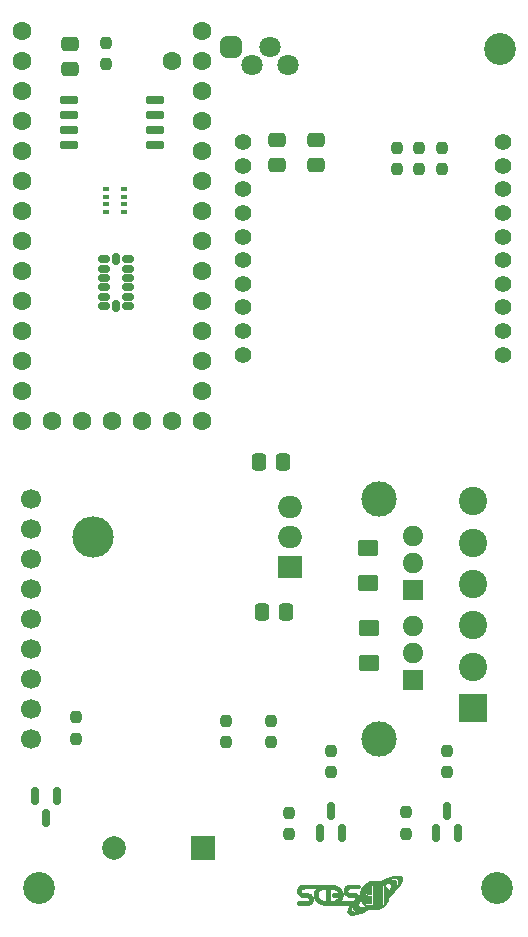
<source format=gts>
%TF.GenerationSoftware,KiCad,Pcbnew,(6.0.0-0)*%
%TF.CreationDate,2022-03-19T17:52:42-04:00*%
%TF.ProjectId,Bull Space_ Des by Sheenyl Hassan,42756c6c-2053-4706-9163-655f20446573,rev?*%
%TF.SameCoordinates,Original*%
%TF.FileFunction,Soldermask,Top*%
%TF.FilePolarity,Negative*%
%FSLAX46Y46*%
G04 Gerber Fmt 4.6, Leading zero omitted, Abs format (unit mm)*
G04 Created by KiCad (PCBNEW (6.0.0-0)) date 2022-03-19 17:52:42*
%MOMM*%
%LPD*%
G01*
G04 APERTURE LIST*
G04 Aperture macros list*
%AMRoundRect*
0 Rectangle with rounded corners*
0 $1 Rounding radius*
0 $2 $3 $4 $5 $6 $7 $8 $9 X,Y pos of 4 corners*
0 Add a 4 corners polygon primitive as box body*
4,1,4,$2,$3,$4,$5,$6,$7,$8,$9,$2,$3,0*
0 Add four circle primitives for the rounded corners*
1,1,$1+$1,$2,$3*
1,1,$1+$1,$4,$5*
1,1,$1+$1,$6,$7*
1,1,$1+$1,$8,$9*
0 Add four rect primitives between the rounded corners*
20,1,$1+$1,$2,$3,$4,$5,0*
20,1,$1+$1,$4,$5,$6,$7,0*
20,1,$1+$1,$6,$7,$8,$9,0*
20,1,$1+$1,$8,$9,$2,$3,0*%
G04 Aperture macros list end*
%ADD10C,0.010000*%
%ADD11RoundRect,0.150000X0.325000X0.150000X-0.325000X0.150000X-0.325000X-0.150000X0.325000X-0.150000X0*%
%ADD12RoundRect,0.150000X0.150000X0.325000X-0.150000X0.325000X-0.150000X-0.325000X0.150000X-0.325000X0*%
%ADD13RoundRect,0.150000X-0.650000X-0.150000X0.650000X-0.150000X0.650000X0.150000X-0.650000X0.150000X0*%
%ADD14RoundRect,0.250000X0.337500X0.475000X-0.337500X0.475000X-0.337500X-0.475000X0.337500X-0.475000X0*%
%ADD15O,3.500000X3.500000*%
%ADD16R,2.000000X1.905000*%
%ADD17O,2.000000X1.905000*%
%ADD18RoundRect,0.237500X-0.237500X0.250000X-0.237500X-0.250000X0.237500X-0.250000X0.237500X0.250000X0*%
%ADD19C,1.397000*%
%ADD20R,0.500000X0.350000*%
%ADD21C,2.700000*%
%ADD22C,1.600000*%
%ADD23C,3.000000*%
%ADD24C,1.700000*%
%ADD25RoundRect,0.250000X-0.475000X0.337500X-0.475000X-0.337500X0.475000X-0.337500X0.475000X0.337500X0*%
%ADD26RoundRect,0.250001X-0.624999X0.462499X-0.624999X-0.462499X0.624999X-0.462499X0.624999X0.462499X0*%
%ADD27R,1.800000X1.717500*%
%ADD28O,1.800000X1.717500*%
%ADD29RoundRect,0.150000X-0.150000X0.587500X-0.150000X-0.587500X0.150000X-0.587500X0.150000X0.587500X0*%
%ADD30RoundRect,0.250000X0.475000X-0.337500X0.475000X0.337500X-0.475000X0.337500X-0.475000X-0.337500X0*%
%ADD31R,2.400000X2.400000*%
%ADD32C,2.400000*%
%ADD33R,2.000000X2.000000*%
%ADD34C,2.000000*%
%ADD35RoundRect,0.237500X0.237500X-0.250000X0.237500X0.250000X-0.237500X0.250000X-0.237500X-0.250000X0*%
%ADD36RoundRect,0.150000X0.150000X-0.587500X0.150000X0.587500X-0.150000X0.587500X-0.150000X-0.587500X0*%
%ADD37RoundRect,0.450000X-0.450000X-0.450000X0.450000X-0.450000X0.450000X0.450000X-0.450000X0.450000X0*%
%ADD38C,1.800000*%
%ADD39RoundRect,0.250001X0.624999X-0.462499X0.624999X0.462499X-0.624999X0.462499X-0.624999X-0.462499X0*%
G04 APERTURE END LIST*
D10*
%TO.C,G1*%
X102697640Y-138774584D02*
X102842750Y-138676040D01*
X102842750Y-138676040D02*
X103063400Y-138676040D01*
X103063400Y-138676040D02*
X103063400Y-139280560D01*
X103063400Y-139280560D02*
X102697640Y-139280560D01*
X102697640Y-139280560D02*
X102697640Y-138774584D01*
X102697640Y-138774584D02*
X102697640Y-138774584D01*
G36*
X103063400Y-139280560D02*
G01*
X102697640Y-139280560D01*
X102697640Y-138774584D01*
X102842750Y-138676040D01*
X103063400Y-138676040D01*
X103063400Y-139280560D01*
G37*
X103063400Y-139280560D02*
X102697640Y-139280560D01*
X102697640Y-138774584D01*
X102842750Y-138676040D01*
X103063400Y-138676040D01*
X103063400Y-139280560D01*
X101483520Y-140253154D02*
X101444413Y-140253013D01*
X101444413Y-140253013D02*
X101413706Y-140252637D01*
X101413706Y-140252637D02*
X101389641Y-140251898D01*
X101389641Y-140251898D02*
X101370459Y-140250669D01*
X101370459Y-140250669D02*
X101354403Y-140248822D01*
X101354403Y-140248822D02*
X101339713Y-140246231D01*
X101339713Y-140246231D02*
X101324631Y-140242766D01*
X101324631Y-140242766D02*
X101318420Y-140241192D01*
X101318420Y-140241192D02*
X101265689Y-140225199D01*
X101265689Y-140225199D02*
X101221350Y-140206289D01*
X101221350Y-140206289D02*
X101183854Y-140183652D01*
X101183854Y-140183652D02*
X101151653Y-140156476D01*
X101151653Y-140156476D02*
X101146265Y-140151004D01*
X101146265Y-140151004D02*
X101117966Y-140114257D01*
X101117966Y-140114257D02*
X101097947Y-140071897D01*
X101097947Y-140071897D02*
X101086168Y-140024141D01*
X101086168Y-140024141D02*
X101082592Y-139971209D01*
X101082592Y-139971209D02*
X101087178Y-139913321D01*
X101087178Y-139913321D02*
X101099889Y-139850695D01*
X101099889Y-139850695D02*
X101120686Y-139783551D01*
X101120686Y-139783551D02*
X101149529Y-139712107D01*
X101149529Y-139712107D02*
X101186379Y-139636584D01*
X101186379Y-139636584D02*
X101231199Y-139557199D01*
X101231199Y-139557199D02*
X101259585Y-139511421D01*
X101259585Y-139511421D02*
X101299793Y-139448511D01*
X101299793Y-139448511D02*
X100290567Y-139446877D01*
X100290567Y-139446877D02*
X100170688Y-139446678D01*
X100170688Y-139446678D02*
X100060525Y-139446483D01*
X100060525Y-139446483D02*
X99959634Y-139446287D01*
X99959634Y-139446287D02*
X99867569Y-139446086D01*
X99867569Y-139446086D02*
X99783886Y-139445876D01*
X99783886Y-139445876D02*
X99708142Y-139445651D01*
X99708142Y-139445651D02*
X99639891Y-139445409D01*
X99639891Y-139445409D02*
X99578690Y-139445144D01*
X99578690Y-139445144D02*
X99524094Y-139444852D01*
X99524094Y-139444852D02*
X99475658Y-139444528D01*
X99475658Y-139444528D02*
X99432939Y-139444169D01*
X99432939Y-139444169D02*
X99395491Y-139443770D01*
X99395491Y-139443770D02*
X99362871Y-139443326D01*
X99362871Y-139443326D02*
X99334633Y-139442834D01*
X99334633Y-139442834D02*
X99310335Y-139442288D01*
X99310335Y-139442288D02*
X99289531Y-139441685D01*
X99289531Y-139441685D02*
X99271776Y-139441020D01*
X99271776Y-139441020D02*
X99256627Y-139440289D01*
X99256627Y-139440289D02*
X99243640Y-139439486D01*
X99243640Y-139439486D02*
X99232369Y-139438609D01*
X99232369Y-139438609D02*
X99222370Y-139437652D01*
X99222370Y-139437652D02*
X99213200Y-139436612D01*
X99213200Y-139436612D02*
X99210220Y-139436242D01*
X99210220Y-139436242D02*
X99102191Y-139420152D01*
X99102191Y-139420152D02*
X99002647Y-139400160D01*
X99002647Y-139400160D02*
X98910558Y-139375921D01*
X98910558Y-139375921D02*
X98824891Y-139347090D01*
X98824891Y-139347090D02*
X98744617Y-139313324D01*
X98744617Y-139313324D02*
X98668703Y-139274278D01*
X98668703Y-139274278D02*
X98600985Y-139232840D01*
X98600985Y-139232840D02*
X98537835Y-139186092D01*
X98537835Y-139186092D02*
X98477837Y-139131875D01*
X98477837Y-139131875D02*
X98422620Y-139072004D01*
X98422620Y-139072004D02*
X98373815Y-139008294D01*
X98373815Y-139008294D02*
X98333049Y-138942558D01*
X98333049Y-138942558D02*
X98322691Y-138922833D01*
X98322691Y-138922833D02*
X98305891Y-138885440D01*
X98305891Y-138885440D02*
X98289387Y-138841515D01*
X98289387Y-138841515D02*
X98274348Y-138794650D01*
X98274348Y-138794650D02*
X98261945Y-138748436D01*
X98261945Y-138748436D02*
X98254670Y-138714140D01*
X98254670Y-138714140D02*
X98249565Y-138676059D01*
X98249565Y-138676059D02*
X98246411Y-138631216D01*
X98246411Y-138631216D02*
X98245207Y-138582806D01*
X98245207Y-138582806D02*
X98245954Y-138534023D01*
X98245954Y-138534023D02*
X98248650Y-138488061D01*
X98248650Y-138488061D02*
X98253295Y-138448114D01*
X98253295Y-138448114D02*
X98254692Y-138439820D01*
X98254692Y-138439820D02*
X98273340Y-138361367D01*
X98273340Y-138361367D02*
X98300145Y-138285039D01*
X98300145Y-138285039D02*
X98334325Y-138212459D01*
X98334325Y-138212459D02*
X98375096Y-138145253D01*
X98375096Y-138145253D02*
X98421674Y-138085044D01*
X98421674Y-138085044D02*
X98430381Y-138075330D01*
X98430381Y-138075330D02*
X98461821Y-138041040D01*
X98461821Y-138041040D02*
X97888253Y-138041040D01*
X97888253Y-138041040D02*
X97797418Y-138041034D01*
X97797418Y-138041034D02*
X97716166Y-138041032D01*
X97716166Y-138041032D02*
X97643919Y-138041064D01*
X97643919Y-138041064D02*
X97580099Y-138041155D01*
X97580099Y-138041155D02*
X97524129Y-138041336D01*
X97524129Y-138041336D02*
X97475430Y-138041632D01*
X97475430Y-138041632D02*
X97433426Y-138042073D01*
X97433426Y-138042073D02*
X97397538Y-138042685D01*
X97397538Y-138042685D02*
X97367190Y-138043496D01*
X97367190Y-138043496D02*
X97341803Y-138044535D01*
X97341803Y-138044535D02*
X97320800Y-138045828D01*
X97320800Y-138045828D02*
X97303604Y-138047405D01*
X97303604Y-138047405D02*
X97289636Y-138049291D01*
X97289636Y-138049291D02*
X97278319Y-138051516D01*
X97278319Y-138051516D02*
X97269076Y-138054107D01*
X97269076Y-138054107D02*
X97261328Y-138057092D01*
X97261328Y-138057092D02*
X97254499Y-138060498D01*
X97254499Y-138060498D02*
X97248010Y-138064353D01*
X97248010Y-138064353D02*
X97241285Y-138068685D01*
X97241285Y-138068685D02*
X97235511Y-138072408D01*
X97235511Y-138072408D02*
X97206862Y-138094593D01*
X97206862Y-138094593D02*
X97183641Y-138122058D01*
X97183641Y-138122058D02*
X97163841Y-138157182D01*
X97163841Y-138157182D02*
X97163626Y-138157640D01*
X97163626Y-138157640D02*
X97150961Y-138196129D01*
X97150961Y-138196129D02*
X97147262Y-138237186D01*
X97147262Y-138237186D02*
X97152584Y-138278500D01*
X97152584Y-138278500D02*
X97160213Y-138302660D01*
X97160213Y-138302660D02*
X97175680Y-138331322D01*
X97175680Y-138331322D02*
X97198312Y-138359702D01*
X97198312Y-138359702D02*
X97225408Y-138385097D01*
X97225408Y-138385097D02*
X97254265Y-138404804D01*
X97254265Y-138404804D02*
X97269660Y-138412142D01*
X97269660Y-138412142D02*
X97277243Y-138415041D01*
X97277243Y-138415041D02*
X97284636Y-138417450D01*
X97284636Y-138417450D02*
X97292854Y-138419428D01*
X97292854Y-138419428D02*
X97302913Y-138421039D01*
X97302913Y-138421039D02*
X97315828Y-138422342D01*
X97315828Y-138422342D02*
X97332615Y-138423400D01*
X97332615Y-138423400D02*
X97354289Y-138424273D01*
X97354289Y-138424273D02*
X97381866Y-138425022D01*
X97381866Y-138425022D02*
X97416361Y-138425709D01*
X97416361Y-138425709D02*
X97458789Y-138426395D01*
X97458789Y-138426395D02*
X97510167Y-138427141D01*
X97510167Y-138427141D02*
X97521120Y-138427296D01*
X97521120Y-138427296D02*
X97574696Y-138428076D01*
X97574696Y-138428076D02*
X97619177Y-138428804D01*
X97619177Y-138428804D02*
X97655629Y-138429540D01*
X97655629Y-138429540D02*
X97685115Y-138430341D01*
X97685115Y-138430341D02*
X97708701Y-138431268D01*
X97708701Y-138431268D02*
X97727453Y-138432380D01*
X97727453Y-138432380D02*
X97742433Y-138433736D01*
X97742433Y-138433736D02*
X97754709Y-138435396D01*
X97754709Y-138435396D02*
X97765343Y-138437417D01*
X97765343Y-138437417D02*
X97775402Y-138439861D01*
X97775402Y-138439861D02*
X97782622Y-138441840D01*
X97782622Y-138441840D02*
X97851481Y-138466104D01*
X97851481Y-138466104D02*
X97916102Y-138498608D01*
X97916102Y-138498608D02*
X97974973Y-138538522D01*
X97974973Y-138538522D02*
X98005008Y-138563932D01*
X98005008Y-138563932D02*
X98045744Y-138607016D01*
X98045744Y-138607016D02*
X98082931Y-138657578D01*
X98082931Y-138657578D02*
X98115063Y-138713146D01*
X98115063Y-138713146D02*
X98140637Y-138771245D01*
X98140637Y-138771245D02*
X98152003Y-138805580D01*
X98152003Y-138805580D02*
X98156286Y-138821474D01*
X98156286Y-138821474D02*
X98159394Y-138836403D01*
X98159394Y-138836403D02*
X98161510Y-138852462D01*
X98161510Y-138852462D02*
X98162816Y-138871744D01*
X98162816Y-138871744D02*
X98163495Y-138896342D01*
X98163495Y-138896342D02*
X98163730Y-138928350D01*
X98163730Y-138928350D02*
X98163740Y-138940200D01*
X98163740Y-138940200D02*
X98163121Y-138986034D01*
X98163121Y-138986034D02*
X98160921Y-139024206D01*
X98160921Y-139024206D02*
X98156631Y-139057162D01*
X98156631Y-139057162D02*
X98149739Y-139087343D01*
X98149739Y-139087343D02*
X98139735Y-139117193D01*
X98139735Y-139117193D02*
X98126107Y-139149155D01*
X98126107Y-139149155D02*
X98115350Y-139171641D01*
X98115350Y-139171641D02*
X98080089Y-139232012D01*
X98080089Y-139232012D02*
X98036996Y-139286737D01*
X98036996Y-139286737D02*
X97987046Y-139335112D01*
X97987046Y-139335112D02*
X97931217Y-139376437D01*
X97931217Y-139376437D02*
X97870482Y-139410011D01*
X97870482Y-139410011D02*
X97805819Y-139435130D01*
X97805819Y-139435130D02*
X97738203Y-139451096D01*
X97738203Y-139451096D02*
X97723632Y-139453231D01*
X97723632Y-139453231D02*
X97708262Y-139454490D01*
X97708262Y-139454490D02*
X97682992Y-139455537D01*
X97682992Y-139455537D02*
X97647787Y-139456372D01*
X97647787Y-139456372D02*
X97602610Y-139456994D01*
X97602610Y-139456994D02*
X97547426Y-139457404D01*
X97547426Y-139457404D02*
X97482198Y-139457604D01*
X97482198Y-139457604D02*
X97406891Y-139457592D01*
X97406891Y-139457592D02*
X97321468Y-139457369D01*
X97321468Y-139457369D02*
X97305220Y-139457308D01*
X97305220Y-139457308D02*
X96929300Y-139455820D01*
X96929300Y-139455820D02*
X96900921Y-139442512D01*
X96900921Y-139442512D02*
X96867841Y-139422007D01*
X96867841Y-139422007D02*
X96841610Y-139395632D01*
X96841610Y-139395632D02*
X96822477Y-139364853D01*
X96822477Y-139364853D02*
X96810692Y-139331138D01*
X96810692Y-139331138D02*
X96806505Y-139295955D01*
X96806505Y-139295955D02*
X96810166Y-139260769D01*
X96810166Y-139260769D02*
X96821925Y-139227050D01*
X96821925Y-139227050D02*
X96842032Y-139196264D01*
X96842032Y-139196264D02*
X96856452Y-139181372D01*
X96856452Y-139181372D02*
X96873390Y-139168284D01*
X96873390Y-139168284D02*
X96893976Y-139155353D01*
X96893976Y-139155353D02*
X96905831Y-139149167D01*
X96905831Y-139149167D02*
X96934380Y-139135780D01*
X96934380Y-139135780D02*
X97701696Y-139130700D01*
X97701696Y-139130700D02*
X97735471Y-139114068D01*
X97735471Y-139114068D02*
X97769225Y-139092735D01*
X97769225Y-139092735D02*
X97798706Y-139064934D01*
X97798706Y-139064934D02*
X97821660Y-139033046D01*
X97821660Y-139033046D02*
X97831507Y-139012574D01*
X97831507Y-139012574D02*
X97840720Y-138977256D01*
X97840720Y-138977256D02*
X97843285Y-138938311D01*
X97843285Y-138938311D02*
X97839204Y-138899791D01*
X97839204Y-138899791D02*
X97831435Y-138872715D01*
X97831435Y-138872715D02*
X97815698Y-138843186D01*
X97815698Y-138843186D02*
X97792791Y-138814248D01*
X97792791Y-138814248D02*
X97765427Y-138788835D01*
X97765427Y-138788835D02*
X97736322Y-138769879D01*
X97736322Y-138769879D02*
X97736146Y-138769789D01*
X97736146Y-138769789D02*
X97706540Y-138754822D01*
X97706540Y-138754822D02*
X97495720Y-138751569D01*
X97495720Y-138751569D02*
X97444059Y-138750635D01*
X97444059Y-138750635D02*
X97396212Y-138749505D01*
X97396212Y-138749505D02*
X97353245Y-138748218D01*
X97353245Y-138748218D02*
X97316225Y-138746814D01*
X97316225Y-138746814D02*
X97286217Y-138745333D01*
X97286217Y-138745333D02*
X97264288Y-138743816D01*
X97264288Y-138743816D02*
X97251880Y-138742373D01*
X97251880Y-138742373D02*
X97182156Y-138724968D01*
X97182156Y-138724968D02*
X97117210Y-138699140D01*
X97117210Y-138699140D02*
X97057500Y-138665623D01*
X97057500Y-138665623D02*
X97003484Y-138625154D01*
X97003484Y-138625154D02*
X96955621Y-138578466D01*
X96955621Y-138578466D02*
X96914368Y-138526296D01*
X96914368Y-138526296D02*
X96880185Y-138469378D01*
X96880185Y-138469378D02*
X96853529Y-138408446D01*
X96853529Y-138408446D02*
X96834860Y-138344237D01*
X96834860Y-138344237D02*
X96824634Y-138277485D01*
X96824634Y-138277485D02*
X96823311Y-138208925D01*
X96823311Y-138208925D02*
X96831348Y-138139292D01*
X96831348Y-138139292D02*
X96843585Y-138087528D01*
X96843585Y-138087528D02*
X96866874Y-138023154D01*
X96866874Y-138023154D02*
X96898221Y-137963876D01*
X96898221Y-137963876D02*
X96938277Y-137908636D01*
X96938277Y-137908636D02*
X96983284Y-137860563D01*
X96983284Y-137860563D02*
X97039199Y-137813771D01*
X97039199Y-137813771D02*
X97100017Y-137775771D01*
X97100017Y-137775771D02*
X97165269Y-137746811D01*
X97165269Y-137746811D02*
X97231912Y-137727691D01*
X97231912Y-137727691D02*
X97236946Y-137726681D01*
X97236946Y-137726681D02*
X97242571Y-137725746D01*
X97242571Y-137725746D02*
X97249185Y-137724885D01*
X97249185Y-137724885D02*
X97257185Y-137724095D01*
X97257185Y-137724095D02*
X97266969Y-137723372D01*
X97266969Y-137723372D02*
X97278935Y-137722713D01*
X97278935Y-137722713D02*
X97293479Y-137722116D01*
X97293479Y-137722116D02*
X97311000Y-137721577D01*
X97311000Y-137721577D02*
X97331896Y-137721094D01*
X97331896Y-137721094D02*
X97356564Y-137720663D01*
X97356564Y-137720663D02*
X97385401Y-137720282D01*
X97385401Y-137720282D02*
X97418805Y-137719947D01*
X97418805Y-137719947D02*
X97457175Y-137719655D01*
X97457175Y-137719655D02*
X97500907Y-137719404D01*
X97500907Y-137719404D02*
X97550399Y-137719191D01*
X97550399Y-137719191D02*
X97606048Y-137719012D01*
X97606048Y-137719012D02*
X97668253Y-137718865D01*
X97668253Y-137718865D02*
X97737412Y-137718746D01*
X97737412Y-137718746D02*
X97813920Y-137718652D01*
X97813920Y-137718652D02*
X97898177Y-137718582D01*
X97898177Y-137718582D02*
X97990580Y-137718530D01*
X97990580Y-137718530D02*
X98091526Y-137718495D01*
X98091526Y-137718495D02*
X98201414Y-137718474D01*
X98201414Y-137718474D02*
X98320640Y-137718464D01*
X98320640Y-137718464D02*
X98449603Y-137718461D01*
X98449603Y-137718461D02*
X98458380Y-137718460D01*
X98458380Y-137718460D02*
X99642020Y-137718460D01*
X99642020Y-137718460D02*
X99733460Y-137729902D01*
X99733460Y-137729902D02*
X99830340Y-137743886D01*
X99830340Y-137743886D02*
X99918978Y-137760740D01*
X99918978Y-137760740D02*
X100001008Y-137780933D01*
X100001008Y-137780933D02*
X100078059Y-137804932D01*
X100078059Y-137804932D02*
X100151765Y-137833206D01*
X100151765Y-137833206D02*
X100223755Y-137866224D01*
X100223755Y-137866224D02*
X100244000Y-137876472D01*
X100244000Y-137876472D02*
X100304449Y-137910190D01*
X100304449Y-137910190D02*
X100358618Y-137946131D01*
X100358618Y-137946131D02*
X100409727Y-137986651D01*
X100409727Y-137986651D02*
X100460994Y-138034104D01*
X100460994Y-138034104D02*
X100465339Y-138038409D01*
X100465339Y-138038409D02*
X100523668Y-138102417D01*
X100523668Y-138102417D02*
X100572476Y-138169112D01*
X100572476Y-138169112D02*
X100612249Y-138239430D01*
X100612249Y-138239430D02*
X100643474Y-138314307D01*
X100643474Y-138314307D02*
X100666639Y-138394678D01*
X100666639Y-138394678D02*
X100676695Y-138444900D01*
X100676695Y-138444900D02*
X100682366Y-138490169D01*
X100682366Y-138490169D02*
X100685294Y-138541229D01*
X100685294Y-138541229D02*
X100685553Y-138595081D01*
X100685553Y-138595081D02*
X100683218Y-138648726D01*
X100683218Y-138648726D02*
X100678363Y-138699165D01*
X100678363Y-138699165D02*
X100671063Y-138743398D01*
X100671063Y-138743398D02*
X100670380Y-138746444D01*
X100670380Y-138746444D02*
X100330433Y-138746444D01*
X100330433Y-138746444D02*
X100329952Y-138739915D01*
X100329952Y-138739915D02*
X100329374Y-138739576D01*
X100329374Y-138739576D02*
X100323033Y-138739037D01*
X100323033Y-138739037D02*
X100307611Y-138738478D01*
X100307611Y-138738478D02*
X100284188Y-138737917D01*
X100284188Y-138737917D02*
X100253844Y-138737371D01*
X100253844Y-138737371D02*
X100217659Y-138736859D01*
X100217659Y-138736859D02*
X100176711Y-138736398D01*
X100176711Y-138736398D02*
X100132081Y-138736008D01*
X100132081Y-138736008D02*
X100104300Y-138735816D01*
X100104300Y-138735816D02*
X99885860Y-138734460D01*
X99885860Y-138734460D02*
X99857105Y-138720339D01*
X99857105Y-138720339D02*
X99824345Y-138698825D01*
X99824345Y-138698825D02*
X99797163Y-138669974D01*
X99797163Y-138669974D02*
X99779954Y-138641102D01*
X99779954Y-138641102D02*
X99772030Y-138614967D01*
X99772030Y-138614967D02*
X99768731Y-138583872D01*
X99768731Y-138583872D02*
X99770056Y-138551905D01*
X99770056Y-138551905D02*
X99776004Y-138523151D01*
X99776004Y-138523151D02*
X99779954Y-138512859D01*
X99779954Y-138512859D02*
X99800620Y-138479503D01*
X99800620Y-138479503D02*
X99828733Y-138451563D01*
X99828733Y-138451563D02*
X99857105Y-138433622D01*
X99857105Y-138433622D02*
X99885860Y-138419500D01*
X99885860Y-138419500D02*
X100108110Y-138418029D01*
X100108110Y-138418029D02*
X100162682Y-138417700D01*
X100162682Y-138417700D02*
X100207897Y-138417404D01*
X100207897Y-138417404D02*
X100244558Y-138416996D01*
X100244558Y-138416996D02*
X100273465Y-138416333D01*
X100273465Y-138416333D02*
X100295422Y-138415269D01*
X100295422Y-138415269D02*
X100311231Y-138413660D01*
X100311231Y-138413660D02*
X100321692Y-138411361D01*
X100321692Y-138411361D02*
X100327608Y-138408229D01*
X100327608Y-138408229D02*
X100329781Y-138404117D01*
X100329781Y-138404117D02*
X100329013Y-138398883D01*
X100329013Y-138398883D02*
X100326106Y-138392381D01*
X100326106Y-138392381D02*
X100321862Y-138384466D01*
X100321862Y-138384466D02*
X100319485Y-138379928D01*
X100319485Y-138379928D02*
X100285610Y-138324449D01*
X100285610Y-138324449D02*
X100242821Y-138273479D01*
X100242821Y-138273479D02*
X100191384Y-138227168D01*
X100191384Y-138227168D02*
X100131561Y-138185668D01*
X100131561Y-138185668D02*
X100063618Y-138149129D01*
X100063618Y-138149129D02*
X99987818Y-138117701D01*
X99987818Y-138117701D02*
X99904427Y-138091535D01*
X99904427Y-138091535D02*
X99813708Y-138070782D01*
X99813708Y-138070782D02*
X99761400Y-138061824D01*
X99761400Y-138061824D02*
X99728102Y-138056779D01*
X99728102Y-138056779D02*
X99703038Y-138053078D01*
X99703038Y-138053078D02*
X99684409Y-138050486D01*
X99684409Y-138050486D02*
X99670412Y-138048772D01*
X99670412Y-138048772D02*
X99659247Y-138047701D01*
X99659247Y-138047701D02*
X99649111Y-138047042D01*
X99649111Y-138047042D02*
X99645830Y-138046882D01*
X99645830Y-138046882D02*
X99629320Y-138046120D01*
X99629320Y-138046120D02*
X99629320Y-138628009D01*
X99629320Y-138628009D02*
X99304200Y-138628009D01*
X99304200Y-138628009D02*
X99304200Y-138044808D01*
X99304200Y-138044808D02*
X99272450Y-138048114D01*
X99272450Y-138048114D02*
X99253929Y-138050222D01*
X99253929Y-138050222D02*
X99229048Y-138053297D01*
X99229048Y-138053297D02*
X99201505Y-138056872D01*
X99201505Y-138056872D02*
X99182280Y-138059470D01*
X99182280Y-138059470D02*
X99137968Y-138066806D01*
X99137968Y-138066806D02*
X99089118Y-138076985D01*
X99089118Y-138076985D02*
X99038820Y-138089217D01*
X99038820Y-138089217D02*
X98990165Y-138102712D01*
X98990165Y-138102712D02*
X98946242Y-138116681D01*
X98946242Y-138116681D02*
X98918478Y-138126907D01*
X98918478Y-138126907D02*
X98844199Y-138160481D01*
X98844199Y-138160481D02*
X98778956Y-138198493D01*
X98778956Y-138198493D02*
X98722555Y-138241135D01*
X98722555Y-138241135D02*
X98674802Y-138288601D01*
X98674802Y-138288601D02*
X98635503Y-138341084D01*
X98635503Y-138341084D02*
X98604463Y-138398777D01*
X98604463Y-138398777D02*
X98581489Y-138461873D01*
X98581489Y-138461873D02*
X98581485Y-138461885D01*
X98581485Y-138461885D02*
X98576953Y-138479129D01*
X98576953Y-138479129D02*
X98573825Y-138495703D01*
X98573825Y-138495703D02*
X98571872Y-138514079D01*
X98571872Y-138514079D02*
X98570866Y-138536728D01*
X98570866Y-138536728D02*
X98570578Y-138566121D01*
X98570578Y-138566121D02*
X98570609Y-138579520D01*
X98570609Y-138579520D02*
X98570921Y-138611141D01*
X98570921Y-138611141D02*
X98571730Y-138635190D01*
X98571730Y-138635190D02*
X98573334Y-138654255D01*
X98573334Y-138654255D02*
X98576027Y-138670922D01*
X98576027Y-138670922D02*
X98580105Y-138687778D01*
X98580105Y-138687778D02*
X98584818Y-138703980D01*
X98584818Y-138703980D02*
X98609247Y-138767462D01*
X98609247Y-138767462D02*
X98642490Y-138826010D01*
X98642490Y-138826010D02*
X98684444Y-138879559D01*
X98684444Y-138879559D02*
X98735006Y-138928043D01*
X98735006Y-138928043D02*
X98794072Y-138971395D01*
X98794072Y-138971395D02*
X98861538Y-139009552D01*
X98861538Y-139009552D02*
X98937303Y-139042446D01*
X98937303Y-139042446D02*
X99021261Y-139070012D01*
X99021261Y-139070012D02*
X99113310Y-139092185D01*
X99113310Y-139092185D02*
X99213346Y-139108899D01*
X99213346Y-139108899D02*
X99224451Y-139110352D01*
X99224451Y-139110352D02*
X99248891Y-139113367D01*
X99248891Y-139113367D02*
X99270327Y-139115823D01*
X99270327Y-139115823D02*
X99286350Y-139117454D01*
X99286350Y-139117454D02*
X99294301Y-139118000D01*
X99294301Y-139118000D02*
X99295877Y-139117826D01*
X99295877Y-139117826D02*
X99297277Y-139116924D01*
X99297277Y-139116924D02*
X99298510Y-139114723D01*
X99298510Y-139114723D02*
X99299588Y-139110652D01*
X99299588Y-139110652D02*
X99300520Y-139104141D01*
X99300520Y-139104141D02*
X99301317Y-139094619D01*
X99301317Y-139094619D02*
X99301990Y-139081516D01*
X99301990Y-139081516D02*
X99302549Y-139064262D01*
X99302549Y-139064262D02*
X99303005Y-139042286D01*
X99303005Y-139042286D02*
X99303369Y-139015016D01*
X99303369Y-139015016D02*
X99303650Y-138981884D01*
X99303650Y-138981884D02*
X99303859Y-138942317D01*
X99303859Y-138942317D02*
X99304007Y-138895747D01*
X99304007Y-138895747D02*
X99304105Y-138841601D01*
X99304105Y-138841601D02*
X99304163Y-138779310D01*
X99304163Y-138779310D02*
X99304191Y-138708303D01*
X99304191Y-138708303D02*
X99304200Y-138628009D01*
X99304200Y-138628009D02*
X99629320Y-138628009D01*
X99629320Y-138628009D02*
X99629320Y-139119184D01*
X99629320Y-139119184D02*
X99663610Y-139115767D01*
X99663610Y-139115767D02*
X99760687Y-139103054D01*
X99760687Y-139103054D02*
X99852072Y-139084947D01*
X99852072Y-139084947D02*
X99937255Y-139061660D01*
X99937255Y-139061660D02*
X100015723Y-139033411D01*
X100015723Y-139033411D02*
X100086964Y-139000417D01*
X100086964Y-139000417D02*
X100150466Y-138962894D01*
X100150466Y-138962894D02*
X100205717Y-138921059D01*
X100205717Y-138921059D02*
X100252206Y-138875129D01*
X100252206Y-138875129D02*
X100263312Y-138861900D01*
X100263312Y-138861900D02*
X100278369Y-138841841D01*
X100278369Y-138841841D02*
X100293068Y-138819905D01*
X100293068Y-138819905D02*
X100306516Y-138797744D01*
X100306516Y-138797744D02*
X100317822Y-138777011D01*
X100317822Y-138777011D02*
X100326092Y-138759360D01*
X100326092Y-138759360D02*
X100330433Y-138746444D01*
X100330433Y-138746444D02*
X100670380Y-138746444D01*
X100670380Y-138746444D02*
X100669079Y-138752240D01*
X100669079Y-138752240D02*
X100643703Y-138838744D01*
X100643703Y-138838744D02*
X100610042Y-138919476D01*
X100610042Y-138919476D02*
X100567916Y-138994790D01*
X100567916Y-138994790D02*
X100517145Y-139065040D01*
X100517145Y-139065040D02*
X100499595Y-139085877D01*
X100499595Y-139085877D02*
X100467148Y-139123080D01*
X100467148Y-139123080D02*
X101014814Y-139123081D01*
X101014814Y-139123081D02*
X101562479Y-139123081D01*
X101562479Y-139123081D02*
X101597930Y-139083776D01*
X101597930Y-139083776D02*
X101612829Y-139067574D01*
X101612829Y-139067574D02*
X101633037Y-139046047D01*
X101633037Y-139046047D02*
X101656735Y-139021110D01*
X101656735Y-139021110D02*
X101682103Y-138994679D01*
X101682103Y-138994679D02*
X101707322Y-138968667D01*
X101707322Y-138968667D02*
X101707967Y-138968005D01*
X101707967Y-138968005D02*
X101782554Y-138891537D01*
X101782554Y-138891537D02*
X101770441Y-138861732D01*
X101770441Y-138861732D02*
X101749364Y-138822383D01*
X101749364Y-138822383D02*
X101720918Y-138790002D01*
X101720918Y-138790002D02*
X101685016Y-138764506D01*
X101685016Y-138764506D02*
X101657675Y-138751600D01*
X101657675Y-138751600D02*
X101650294Y-138748788D01*
X101650294Y-138748788D02*
X101642944Y-138746450D01*
X101642944Y-138746450D02*
X101634611Y-138744525D01*
X101634611Y-138744525D02*
X101624284Y-138742952D01*
X101624284Y-138742952D02*
X101610950Y-138741671D01*
X101610950Y-138741671D02*
X101593597Y-138740622D01*
X101593597Y-138740622D02*
X101571212Y-138739745D01*
X101571212Y-138739745D02*
X101542784Y-138738979D01*
X101542784Y-138738979D02*
X101507300Y-138738264D01*
X101507300Y-138738264D02*
X101463748Y-138737540D01*
X101463748Y-138737540D02*
X101411116Y-138736746D01*
X101411116Y-138736746D02*
X101407320Y-138736690D01*
X101407320Y-138736690D02*
X101353688Y-138735875D01*
X101353688Y-138735875D02*
X101309149Y-138735116D01*
X101309149Y-138735116D02*
X101272637Y-138734352D01*
X101272637Y-138734352D02*
X101243086Y-138733524D01*
X101243086Y-138733524D02*
X101219432Y-138732574D01*
X101219432Y-138732574D02*
X101200606Y-138731442D01*
X101200606Y-138731442D02*
X101185544Y-138730068D01*
X101185544Y-138730068D02*
X101173180Y-138728392D01*
X101173180Y-138728392D02*
X101162447Y-138726357D01*
X101162447Y-138726357D02*
X101152279Y-138723901D01*
X101152279Y-138723901D02*
X101145700Y-138722117D01*
X101145700Y-138722117D02*
X101078897Y-138698766D01*
X101078897Y-138698766D02*
X101017108Y-138667114D01*
X101017108Y-138667114D02*
X100959296Y-138626562D01*
X100959296Y-138626562D02*
X100920508Y-138592437D01*
X100920508Y-138592437D02*
X100871470Y-138538892D01*
X100871470Y-138538892D02*
X100831535Y-138480842D01*
X100831535Y-138480842D02*
X100800728Y-138418340D01*
X100800728Y-138418340D02*
X100779074Y-138351440D01*
X100779074Y-138351440D02*
X100766597Y-138280196D01*
X100766597Y-138280196D02*
X100763985Y-138246780D01*
X100763985Y-138246780D02*
X100765261Y-138174009D01*
X100765261Y-138174009D02*
X100776274Y-138103711D01*
X100776274Y-138103711D02*
X100796799Y-138036469D01*
X100796799Y-138036469D02*
X100826610Y-137972865D01*
X100826610Y-137972865D02*
X100865483Y-137913484D01*
X100865483Y-137913484D02*
X100913193Y-137858907D01*
X100913193Y-137858907D02*
X100914249Y-137857855D01*
X100914249Y-137857855D02*
X100968860Y-137810461D01*
X100968860Y-137810461D02*
X101028588Y-137771371D01*
X101028588Y-137771371D02*
X101092506Y-137741053D01*
X101092506Y-137741053D02*
X101159686Y-137719971D01*
X101159686Y-137719971D02*
X101205968Y-137711258D01*
X101205968Y-137711258D02*
X101220057Y-137710065D01*
X101220057Y-137710065D02*
X101243989Y-137709007D01*
X101243989Y-137709007D02*
X101277444Y-137708091D01*
X101277444Y-137708091D02*
X101320105Y-137707319D01*
X101320105Y-137707319D02*
X101371655Y-137706698D01*
X101371655Y-137706698D02*
X101431775Y-137706230D01*
X101431775Y-137706230D02*
X101500149Y-137705920D01*
X101500149Y-137705920D02*
X101576458Y-137705773D01*
X101576458Y-137705773D02*
X101607813Y-137705760D01*
X101607813Y-137705760D02*
X101677365Y-137705770D01*
X101677365Y-137705770D02*
X101737518Y-137705810D01*
X101737518Y-137705810D02*
X101789031Y-137705902D01*
X101789031Y-137705902D02*
X101832666Y-137706064D01*
X101832666Y-137706064D02*
X101869181Y-137706317D01*
X101869181Y-137706317D02*
X101899339Y-137706680D01*
X101899339Y-137706680D02*
X101923899Y-137707172D01*
X101923899Y-137707172D02*
X101943621Y-137707814D01*
X101943621Y-137707814D02*
X101959267Y-137708624D01*
X101959267Y-137708624D02*
X101971595Y-137709623D01*
X101971595Y-137709623D02*
X101981368Y-137710830D01*
X101981368Y-137710830D02*
X101989344Y-137712265D01*
X101989344Y-137712265D02*
X101996285Y-137713948D01*
X101996285Y-137713948D02*
X102002950Y-137715898D01*
X102002950Y-137715898D02*
X102003194Y-137715973D01*
X102003194Y-137715973D02*
X102038675Y-137732045D01*
X102038675Y-137732045D02*
X102069018Y-137756045D01*
X102069018Y-137756045D02*
X102093029Y-137786536D01*
X102093029Y-137786536D02*
X102109510Y-137822082D01*
X102109510Y-137822082D02*
X102116285Y-137851763D01*
X102116285Y-137851763D02*
X102117295Y-137871878D01*
X102117295Y-137871878D02*
X102114375Y-137892980D01*
X102114375Y-137892980D02*
X102108998Y-137913091D01*
X102108998Y-137913091D02*
X102092790Y-137950330D01*
X102092790Y-137950330D02*
X102068794Y-137981050D01*
X102068794Y-137981050D02*
X102037061Y-138005190D01*
X102037061Y-138005190D02*
X102020987Y-138013562D01*
X102020987Y-138013562D02*
X101988980Y-138028340D01*
X101988980Y-138028340D02*
X101232060Y-138033420D01*
X101232060Y-138033420D02*
X101202837Y-138047116D01*
X101202837Y-138047116D02*
X101169311Y-138067335D01*
X101169311Y-138067335D02*
X101139276Y-138094047D01*
X101139276Y-138094047D02*
X101115294Y-138124716D01*
X101115294Y-138124716D02*
X101104849Y-138144024D01*
X101104849Y-138144024D02*
X101091427Y-138185434D01*
X101091427Y-138185434D02*
X101087553Y-138226977D01*
X101087553Y-138226977D02*
X101092708Y-138267414D01*
X101092708Y-138267414D02*
X101106374Y-138305506D01*
X101106374Y-138305506D02*
X101128032Y-138340014D01*
X101128032Y-138340014D02*
X101157162Y-138369700D01*
X101157162Y-138369700D02*
X101193246Y-138393326D01*
X101193246Y-138393326D02*
X101213000Y-138402194D01*
X101213000Y-138402194D02*
X101220410Y-138404942D01*
X101220410Y-138404942D02*
X101227913Y-138407231D01*
X101227913Y-138407231D02*
X101236522Y-138409121D01*
X101236522Y-138409121D02*
X101247249Y-138410672D01*
X101247249Y-138410672D02*
X101261106Y-138411945D01*
X101261106Y-138411945D02*
X101279108Y-138412999D01*
X101279108Y-138412999D02*
X101302266Y-138413895D01*
X101302266Y-138413895D02*
X101331593Y-138414693D01*
X101331593Y-138414693D02*
X101368102Y-138415452D01*
X101368102Y-138415452D02*
X101412806Y-138416234D01*
X101412806Y-138416234D02*
X101463200Y-138417042D01*
X101463200Y-138417042D02*
X101516876Y-138417912D01*
X101516876Y-138417912D02*
X101561458Y-138418719D01*
X101561458Y-138418719D02*
X101598014Y-138419525D01*
X101598014Y-138419525D02*
X101627610Y-138420387D01*
X101627610Y-138420387D02*
X101651312Y-138421368D01*
X101651312Y-138421368D02*
X101670186Y-138422526D01*
X101670186Y-138422526D02*
X101685299Y-138423922D01*
X101685299Y-138423922D02*
X101697717Y-138425616D01*
X101697717Y-138425616D02*
X101708507Y-138427668D01*
X101708507Y-138427668D02*
X101718735Y-138430138D01*
X101718735Y-138430138D02*
X101724820Y-138431784D01*
X101724820Y-138431784D02*
X101761552Y-138443952D01*
X101761552Y-138443952D02*
X101801457Y-138460493D01*
X101801457Y-138460493D02*
X101840818Y-138479658D01*
X101840818Y-138479658D02*
X101875915Y-138499699D01*
X101875915Y-138499699D02*
X101891813Y-138510289D01*
X101891813Y-138510289D02*
X101917383Y-138530462D01*
X101917383Y-138530462D02*
X101945187Y-138555572D01*
X101945187Y-138555572D02*
X101972549Y-138582943D01*
X101972549Y-138582943D02*
X101996789Y-138609901D01*
X101996789Y-138609901D02*
X102014866Y-138633238D01*
X102014866Y-138633238D02*
X102033532Y-138660340D01*
X102033532Y-138660340D02*
X102085749Y-138614625D01*
X102085749Y-138614625D02*
X102137966Y-138568909D01*
X102137966Y-138568909D02*
X102141265Y-138524685D01*
X102141265Y-138524685D02*
X102151862Y-138423743D01*
X102151862Y-138423743D02*
X102168366Y-138329453D01*
X102168366Y-138329453D02*
X102191323Y-138239835D01*
X102191323Y-138239835D02*
X102221282Y-138152910D01*
X102221282Y-138152910D02*
X102258790Y-138066699D01*
X102258790Y-138066699D02*
X102279214Y-138025800D01*
X102279214Y-138025800D02*
X102335123Y-137928881D01*
X102335123Y-137928881D02*
X102398716Y-137838552D01*
X102398716Y-137838552D02*
X102469744Y-137755057D01*
X102469744Y-137755057D02*
X102547957Y-137678642D01*
X102547957Y-137678642D02*
X102633106Y-137609550D01*
X102633106Y-137609550D02*
X102724941Y-137548025D01*
X102724941Y-137548025D02*
X102821334Y-137495236D01*
X102821334Y-137495236D02*
X102879413Y-137467830D01*
X102879413Y-137467830D02*
X102932490Y-137445492D01*
X102932490Y-137445492D02*
X102983594Y-137427072D01*
X102983594Y-137427072D02*
X103035755Y-137411413D01*
X103035755Y-137411413D02*
X103054557Y-137406440D01*
X103054557Y-137406440D02*
X103163568Y-137383560D01*
X103163568Y-137383560D02*
X103273543Y-137370415D01*
X103273543Y-137370415D02*
X103383690Y-137366979D01*
X103383690Y-137366979D02*
X103493218Y-137373227D01*
X103493218Y-137373227D02*
X103601337Y-137389134D01*
X103601337Y-137389134D02*
X103707255Y-137414675D01*
X103707255Y-137414675D02*
X103752445Y-137428786D01*
X103752445Y-137428786D02*
X103805469Y-137446528D01*
X103805469Y-137446528D02*
X103923385Y-137387500D01*
X103923385Y-137387500D02*
X103998527Y-137350480D01*
X103998527Y-137350480D02*
X104075452Y-137313703D01*
X104075452Y-137313703D02*
X104152610Y-137277859D01*
X104152610Y-137277859D02*
X104228451Y-137243637D01*
X104228451Y-137243637D02*
X104301425Y-137211729D01*
X104301425Y-137211729D02*
X104369984Y-137182823D01*
X104369984Y-137182823D02*
X104432577Y-137157611D01*
X104432577Y-137157611D02*
X104480720Y-137139310D01*
X104480720Y-137139310D02*
X104519124Y-137125234D01*
X104519124Y-137125234D02*
X104549854Y-137114018D01*
X104549854Y-137114018D02*
X104574768Y-137105002D01*
X104574768Y-137105002D02*
X104595723Y-137097523D01*
X104595723Y-137097523D02*
X104614574Y-137090920D01*
X104614574Y-137090920D02*
X104633180Y-137084533D01*
X104633180Y-137084533D02*
X104653396Y-137077698D01*
X104653396Y-137077698D02*
X104658520Y-137075976D01*
X104658520Y-137075976D02*
X104779295Y-137037706D01*
X104779295Y-137037706D02*
X104894622Y-137005790D01*
X104894622Y-137005790D02*
X105004150Y-136980292D01*
X105004150Y-136980292D02*
X105107525Y-136961275D01*
X105107525Y-136961275D02*
X105204395Y-136948804D01*
X105204395Y-136948804D02*
X105294407Y-136942943D01*
X105294407Y-136942943D02*
X105377208Y-136943756D01*
X105377208Y-136943756D02*
X105384960Y-136944199D01*
X105384960Y-136944199D02*
X105456682Y-136952155D01*
X105456682Y-136952155D02*
X105520674Y-136966691D01*
X105520674Y-136966691D02*
X105576954Y-136987814D01*
X105576954Y-136987814D02*
X105620456Y-137012082D01*
X105620456Y-137012082D02*
X105657678Y-137042587D01*
X105657678Y-137042587D02*
X105686910Y-137079259D01*
X105686910Y-137079259D02*
X105708012Y-137121813D01*
X105708012Y-137121813D02*
X105720842Y-137169961D01*
X105720842Y-137169961D02*
X105725259Y-137223419D01*
X105725259Y-137223419D02*
X105725260Y-137223984D01*
X105725260Y-137223984D02*
X105720891Y-137284328D01*
X105720891Y-137284328D02*
X105707749Y-137349220D01*
X105707749Y-137349220D02*
X105693881Y-137393381D01*
X105693881Y-137393381D02*
X105400116Y-137393381D01*
X105400116Y-137393381D02*
X105392623Y-137348431D01*
X105392623Y-137348431D02*
X105376695Y-137306826D01*
X105376695Y-137306826D02*
X105352180Y-137270506D01*
X105352180Y-137270506D02*
X105319237Y-137239583D01*
X105319237Y-137239583D02*
X105278025Y-137214170D01*
X105278025Y-137214170D02*
X105228703Y-137194379D01*
X105228703Y-137194379D02*
X105171428Y-137180324D01*
X105171428Y-137180324D02*
X105151280Y-137177032D01*
X105151280Y-137177032D02*
X105128699Y-137175016D01*
X105128699Y-137175016D02*
X105098260Y-137174117D01*
X105098260Y-137174117D02*
X105062194Y-137174251D01*
X105062194Y-137174251D02*
X105022730Y-137175331D01*
X105022730Y-137175331D02*
X104982099Y-137177273D01*
X104982099Y-137177273D02*
X104942533Y-137179991D01*
X104942533Y-137179991D02*
X104906261Y-137183401D01*
X104906261Y-137183401D02*
X104875514Y-137187418D01*
X104875514Y-137187418D02*
X104874420Y-137187592D01*
X104874420Y-137187592D02*
X104806348Y-137199696D01*
X104806348Y-137199696D02*
X104737985Y-137214376D01*
X104737985Y-137214376D02*
X104667400Y-137232134D01*
X104667400Y-137232134D02*
X104592661Y-137253474D01*
X104592661Y-137253474D02*
X104511835Y-137278897D01*
X104511835Y-137278897D02*
X104470560Y-137292613D01*
X104470560Y-137292613D02*
X104376946Y-137325615D01*
X104376946Y-137325615D02*
X104280541Y-137362250D01*
X104280541Y-137362250D02*
X104184591Y-137401202D01*
X104184591Y-137401202D02*
X104092341Y-137441156D01*
X104092341Y-137441156D02*
X104010835Y-137478963D01*
X104010835Y-137478963D02*
X103944810Y-137510762D01*
X103944810Y-137510762D02*
X103977336Y-137529826D01*
X103977336Y-137529826D02*
X104009863Y-137548889D01*
X104009863Y-137548889D02*
X104094162Y-137513283D01*
X104094162Y-137513283D02*
X104219057Y-137462473D01*
X104219057Y-137462473D02*
X104337253Y-137418428D01*
X104337253Y-137418428D02*
X104449432Y-137380930D01*
X104449432Y-137380930D02*
X104556276Y-137349763D01*
X104556276Y-137349763D02*
X104658468Y-137324709D01*
X104658468Y-137324709D02*
X104737260Y-137308936D01*
X104737260Y-137308936D02*
X104771290Y-137304001D01*
X104771290Y-137304001D02*
X104810515Y-137300244D01*
X104810515Y-137300244D02*
X104852924Y-137297682D01*
X104852924Y-137297682D02*
X104896503Y-137296332D01*
X104896503Y-137296332D02*
X104939240Y-137296213D01*
X104939240Y-137296213D02*
X104979121Y-137297341D01*
X104979121Y-137297341D02*
X105014134Y-137299735D01*
X105014134Y-137299735D02*
X105042266Y-137303411D01*
X105042266Y-137303411D02*
X105054760Y-137306172D01*
X105054760Y-137306172D02*
X105106065Y-137324035D01*
X105106065Y-137324035D02*
X105148653Y-137346999D01*
X105148653Y-137346999D02*
X105182685Y-137375224D01*
X105182685Y-137375224D02*
X105208318Y-137408866D01*
X105208318Y-137408866D02*
X105225713Y-137448084D01*
X105225713Y-137448084D02*
X105233778Y-137483399D01*
X105233778Y-137483399D02*
X105236118Y-137530550D01*
X105236118Y-137530550D02*
X105230019Y-137582685D01*
X105230019Y-137582685D02*
X105215695Y-137639461D01*
X105215695Y-137639461D02*
X105193360Y-137700537D01*
X105193360Y-137700537D02*
X105163228Y-137765571D01*
X105163228Y-137765571D02*
X105157069Y-137776783D01*
X105157069Y-137776783D02*
X104808555Y-137776783D01*
X104808555Y-137776783D02*
X104805092Y-137734693D01*
X104805092Y-137734693D02*
X104793101Y-137697834D01*
X104793101Y-137697834D02*
X104772667Y-137666387D01*
X104772667Y-137666387D02*
X104743874Y-137640529D01*
X104743874Y-137640529D02*
X104706807Y-137620441D01*
X104706807Y-137620441D02*
X104662157Y-137606440D01*
X104662157Y-137606440D02*
X104638581Y-137602926D01*
X104638581Y-137602926D02*
X104607297Y-137600944D01*
X104607297Y-137600944D02*
X104570629Y-137600425D01*
X104570629Y-137600425D02*
X104530902Y-137601300D01*
X104530902Y-137601300D02*
X104490441Y-137603499D01*
X104490441Y-137603499D02*
X104451570Y-137606953D01*
X104451570Y-137606953D02*
X104416614Y-137611593D01*
X104416614Y-137611593D02*
X104401980Y-137614206D01*
X104401980Y-137614206D02*
X104374358Y-137620014D01*
X104374358Y-137620014D02*
X104343586Y-137627054D01*
X104343586Y-137627054D02*
X104311352Y-137634876D01*
X104311352Y-137634876D02*
X104279344Y-137643034D01*
X104279344Y-137643034D02*
X104249251Y-137651078D01*
X104249251Y-137651078D02*
X104222760Y-137658561D01*
X104222760Y-137658561D02*
X104201559Y-137665034D01*
X104201559Y-137665034D02*
X104187335Y-137670048D01*
X104187335Y-137670048D02*
X104182303Y-137672550D01*
X104182303Y-137672550D02*
X104185223Y-137676298D01*
X104185223Y-137676298D02*
X104194090Y-137685962D01*
X104194090Y-137685962D02*
X104207686Y-137700252D01*
X104207686Y-137700252D02*
X104224794Y-137717880D01*
X104224794Y-137717880D02*
X104233229Y-137726471D01*
X104233229Y-137726471D02*
X104305186Y-137805453D01*
X104305186Y-137805453D02*
X104368402Y-137887750D01*
X104368402Y-137887750D02*
X104424182Y-137975148D01*
X104424182Y-137975148D02*
X104452736Y-138027137D01*
X104452736Y-138027137D02*
X104475249Y-138072620D01*
X104475249Y-138072620D02*
X104496253Y-138119248D01*
X104496253Y-138119248D02*
X104514584Y-138164243D01*
X104514584Y-138164243D02*
X104529077Y-138204826D01*
X104529077Y-138204826D02*
X104534267Y-138221710D01*
X104534267Y-138221710D02*
X104539066Y-138237816D01*
X104539066Y-138237816D02*
X104542866Y-138249477D01*
X104542866Y-138249477D02*
X104544634Y-138253768D01*
X104544634Y-138253768D02*
X104548788Y-138251354D01*
X104548788Y-138251354D02*
X104557920Y-138241939D01*
X104557920Y-138241939D02*
X104571056Y-138226757D01*
X104571056Y-138226757D02*
X104587225Y-138207045D01*
X104587225Y-138207045D02*
X104605454Y-138184038D01*
X104605454Y-138184038D02*
X104624771Y-138158970D01*
X104624771Y-138158970D02*
X104644205Y-138133076D01*
X104644205Y-138133076D02*
X104662782Y-138107592D01*
X104662782Y-138107592D02*
X104679530Y-138083752D01*
X104679530Y-138083752D02*
X104686097Y-138074060D01*
X104686097Y-138074060D02*
X104708685Y-138038431D01*
X104708685Y-138038431D02*
X104731098Y-137999757D01*
X104731098Y-137999757D02*
X104752039Y-137960522D01*
X104752039Y-137960522D02*
X104770211Y-137923214D01*
X104770211Y-137923214D02*
X104784315Y-137890318D01*
X104784315Y-137890318D02*
X104789557Y-137875940D01*
X104789557Y-137875940D02*
X104803405Y-137823925D01*
X104803405Y-137823925D02*
X104808555Y-137776783D01*
X104808555Y-137776783D02*
X105157069Y-137776783D01*
X105157069Y-137776783D02*
X105125513Y-137834223D01*
X105125513Y-137834223D02*
X105080429Y-137906150D01*
X105080429Y-137906150D02*
X105028190Y-137981011D01*
X105028190Y-137981011D02*
X104969010Y-138058464D01*
X104969010Y-138058464D02*
X104903102Y-138138168D01*
X104903102Y-138138168D02*
X104830681Y-138219781D01*
X104830681Y-138219781D02*
X104751961Y-138302962D01*
X104751961Y-138302962D02*
X104668074Y-138386480D01*
X104668074Y-138386480D02*
X104586719Y-138465220D01*
X104586719Y-138465220D02*
X104588330Y-138503320D01*
X104588330Y-138503320D02*
X104589940Y-138541420D01*
X104589940Y-138541420D02*
X104643280Y-138493541D01*
X104643280Y-138493541D02*
X104665894Y-138472729D01*
X104665894Y-138472729D02*
X104693916Y-138446122D01*
X104693916Y-138446122D02*
X104726176Y-138414897D01*
X104726176Y-138414897D02*
X104761502Y-138380231D01*
X104761502Y-138380231D02*
X104798723Y-138343304D01*
X104798723Y-138343304D02*
X104836669Y-138305292D01*
X104836669Y-138305292D02*
X104874169Y-138267373D01*
X104874169Y-138267373D02*
X104910051Y-138230726D01*
X104910051Y-138230726D02*
X104943146Y-138196528D01*
X104943146Y-138196528D02*
X104972281Y-138165957D01*
X104972281Y-138165957D02*
X104996285Y-138140190D01*
X104996285Y-138140190D02*
X105012328Y-138122320D01*
X105012328Y-138122320D02*
X105088752Y-138031750D01*
X105088752Y-138031750D02*
X105156996Y-137944730D01*
X105156996Y-137944730D02*
X105216990Y-137861403D01*
X105216990Y-137861403D02*
X105268665Y-137781909D01*
X105268665Y-137781909D02*
X105311951Y-137706391D01*
X105311951Y-137706391D02*
X105346779Y-137634989D01*
X105346779Y-137634989D02*
X105373079Y-137567846D01*
X105373079Y-137567846D02*
X105390782Y-137505102D01*
X105390782Y-137505102D02*
X105399817Y-137446900D01*
X105399817Y-137446900D02*
X105400116Y-137393381D01*
X105400116Y-137393381D02*
X105693881Y-137393381D01*
X105693881Y-137393381D02*
X105686019Y-137418413D01*
X105686019Y-137418413D02*
X105655884Y-137491663D01*
X105655884Y-137491663D02*
X105617529Y-137568722D01*
X105617529Y-137568722D02*
X105571140Y-137649345D01*
X105571140Y-137649345D02*
X105516900Y-137733285D01*
X105516900Y-137733285D02*
X105454995Y-137820297D01*
X105454995Y-137820297D02*
X105385609Y-137910135D01*
X105385609Y-137910135D02*
X105308927Y-138002552D01*
X105308927Y-138002552D02*
X105225132Y-138097302D01*
X105225132Y-138097302D02*
X105134411Y-138194140D01*
X105134411Y-138194140D02*
X105036947Y-138292820D01*
X105036947Y-138292820D02*
X104932925Y-138393095D01*
X104932925Y-138393095D02*
X104822530Y-138494719D01*
X104822530Y-138494719D02*
X104705946Y-138597446D01*
X104705946Y-138597446D02*
X104674149Y-138624728D01*
X104674149Y-138624728D02*
X104651921Y-138643710D01*
X104651921Y-138643710D02*
X104631616Y-138661077D01*
X104631616Y-138661077D02*
X104614847Y-138675446D01*
X104614847Y-138675446D02*
X104603231Y-138685435D01*
X104603231Y-138685435D02*
X104599417Y-138688740D01*
X104599417Y-138688740D02*
X104593087Y-138696239D01*
X104593087Y-138696239D02*
X104588467Y-138707324D01*
X104588467Y-138707324D02*
X104584781Y-138724397D01*
X104584781Y-138724397D02*
X104582228Y-138742080D01*
X104582228Y-138742080D02*
X104563056Y-138852229D01*
X104563056Y-138852229D02*
X104534601Y-138958907D01*
X104534601Y-138958907D02*
X104497231Y-139061640D01*
X104497231Y-139061640D02*
X104451311Y-139159952D01*
X104451311Y-139159952D02*
X104397208Y-139253367D01*
X104397208Y-139253367D02*
X104335288Y-139341411D01*
X104335288Y-139341411D02*
X104275174Y-139412640D01*
X104275174Y-139412640D02*
X104181000Y-139412640D01*
X104181000Y-139412640D02*
X104181000Y-138624950D01*
X104181000Y-138624950D02*
X104180974Y-138508522D01*
X104180974Y-138508522D02*
X104180895Y-138402022D01*
X104180895Y-138402022D02*
X104180760Y-138305220D01*
X104180760Y-138305220D02*
X104180569Y-138217885D01*
X104180569Y-138217885D02*
X104180320Y-138139786D01*
X104180320Y-138139786D02*
X104180011Y-138070692D01*
X104180011Y-138070692D02*
X104179641Y-138010372D01*
X104179641Y-138010372D02*
X104179207Y-137958594D01*
X104179207Y-137958594D02*
X104178710Y-137915128D01*
X104178710Y-137915128D02*
X104178146Y-137879743D01*
X104178146Y-137879743D02*
X104177514Y-137852208D01*
X104177514Y-137852208D02*
X104176813Y-137832291D01*
X104176813Y-137832291D02*
X104176041Y-137819763D01*
X104176041Y-137819763D02*
X104175392Y-137814987D01*
X104175392Y-137814987D02*
X104165189Y-137791178D01*
X104165189Y-137791178D02*
X104148110Y-137768084D01*
X104148110Y-137768084D02*
X104127069Y-137749154D01*
X104127069Y-137749154D02*
X104112704Y-137740742D01*
X104112704Y-137740742D02*
X104107541Y-137738648D01*
X104107541Y-137738648D02*
X104101468Y-137736890D01*
X104101468Y-137736890D02*
X104093605Y-137735439D01*
X104093605Y-137735439D02*
X104083069Y-137734267D01*
X104083069Y-137734267D02*
X104068979Y-137733343D01*
X104068979Y-137733343D02*
X104050452Y-137732639D01*
X104050452Y-137732639D02*
X104026607Y-137732125D01*
X104026607Y-137732125D02*
X103996562Y-137731772D01*
X103996562Y-137731772D02*
X103959435Y-137731551D01*
X103959435Y-137731551D02*
X103914343Y-137731433D01*
X103914343Y-137731433D02*
X103860406Y-137731388D01*
X103860406Y-137731388D02*
X103830480Y-137731384D01*
X103830480Y-137731384D02*
X103771853Y-137731404D01*
X103771853Y-137731404D02*
X103722506Y-137731485D01*
X103722506Y-137731485D02*
X103681557Y-137731655D01*
X103681557Y-137731655D02*
X103648128Y-137731943D01*
X103648128Y-137731943D02*
X103621337Y-137732378D01*
X103621337Y-137732378D02*
X103600305Y-137732989D01*
X103600305Y-137732989D02*
X103584151Y-137733805D01*
X103584151Y-137733805D02*
X103571994Y-137734855D01*
X103571994Y-137734855D02*
X103562955Y-137736167D01*
X103562955Y-137736167D02*
X103556153Y-137737771D01*
X103556153Y-137737771D02*
X103550707Y-137739695D01*
X103550707Y-137739695D02*
X103548540Y-137740638D01*
X103548540Y-137740638D02*
X103527725Y-137753847D01*
X103527725Y-137753847D02*
X103508191Y-137772655D01*
X103508191Y-137772655D02*
X103492850Y-137793826D01*
X103492850Y-137793826D02*
X103485407Y-137810811D01*
X103485407Y-137810811D02*
X103484591Y-137818179D01*
X103484591Y-137818179D02*
X103483844Y-137834236D01*
X103483844Y-137834236D02*
X103483167Y-137859103D01*
X103483167Y-137859103D02*
X103482557Y-137892904D01*
X103482557Y-137892904D02*
X103482014Y-137935760D01*
X103482014Y-137935760D02*
X103481537Y-137987795D01*
X103481537Y-137987795D02*
X103481126Y-138049130D01*
X103481126Y-138049130D02*
X103480780Y-138119888D01*
X103480780Y-138119888D02*
X103480497Y-138200192D01*
X103480497Y-138200192D02*
X103480278Y-138290163D01*
X103480278Y-138290163D02*
X103480120Y-138389925D01*
X103480120Y-138389925D02*
X103480024Y-138499600D01*
X103480024Y-138499600D02*
X103479989Y-138619310D01*
X103479989Y-138619310D02*
X103479989Y-138621430D01*
X103479989Y-138621430D02*
X103479960Y-139412640D01*
X103479960Y-139412640D02*
X103215800Y-139412640D01*
X103215800Y-139412640D02*
X103215800Y-137730852D01*
X103215800Y-137730852D02*
X102613820Y-137733700D01*
X102613820Y-137733700D02*
X102590197Y-137750106D01*
X102590197Y-137750106D02*
X102566135Y-137772681D01*
X102566135Y-137772681D02*
X102553367Y-137793014D01*
X102553367Y-137793014D02*
X102540160Y-137819515D01*
X102540160Y-137819515D02*
X102540160Y-138135260D01*
X102540160Y-138135260D02*
X102540228Y-138207481D01*
X102540228Y-138207481D02*
X102540434Y-138269956D01*
X102540434Y-138269956D02*
X102540788Y-138323099D01*
X102540788Y-138323099D02*
X102541295Y-138367324D01*
X102541295Y-138367324D02*
X102541963Y-138403044D01*
X102541963Y-138403044D02*
X102542800Y-138430672D01*
X102542800Y-138430672D02*
X102543812Y-138450623D01*
X102543812Y-138450623D02*
X102545008Y-138463310D01*
X102545008Y-138463310D02*
X102546017Y-138468272D01*
X102546017Y-138468272D02*
X102551737Y-138482402D01*
X102551737Y-138482402D02*
X102559413Y-138495114D01*
X102559413Y-138495114D02*
X102570336Y-138507638D01*
X102570336Y-138507638D02*
X102585796Y-138521200D01*
X102585796Y-138521200D02*
X102607084Y-138537030D01*
X102607084Y-138537030D02*
X102635491Y-138556356D01*
X102635491Y-138556356D02*
X102645504Y-138562960D01*
X102645504Y-138562960D02*
X102718612Y-138610945D01*
X102718612Y-138610945D02*
X102656056Y-138648633D01*
X102656056Y-138648633D02*
X102631899Y-138663825D01*
X102631899Y-138663825D02*
X102609530Y-138679052D01*
X102609530Y-138679052D02*
X102591121Y-138692753D01*
X102591121Y-138692753D02*
X102578845Y-138703372D01*
X102578845Y-138703372D02*
X102577034Y-138705311D01*
X102577034Y-138705311D02*
X102570413Y-138712952D01*
X102570413Y-138712952D02*
X102564769Y-138719979D01*
X102564769Y-138719979D02*
X102560028Y-138727228D01*
X102560028Y-138727228D02*
X102556117Y-138735535D01*
X102556117Y-138735535D02*
X102552962Y-138745736D01*
X102552962Y-138745736D02*
X102550489Y-138758667D01*
X102550489Y-138758667D02*
X102548623Y-138775164D01*
X102548623Y-138775164D02*
X102547292Y-138796064D01*
X102547292Y-138796064D02*
X102547195Y-138798999D01*
X102547195Y-138798999D02*
X102155216Y-138798999D01*
X102155216Y-138798999D02*
X102151593Y-138762920D01*
X102151593Y-138762920D02*
X102149397Y-138745283D01*
X102149397Y-138745283D02*
X102146990Y-138732447D01*
X102146990Y-138732447D02*
X102144858Y-138726946D01*
X102144858Y-138726946D02*
X102144675Y-138726897D01*
X102144675Y-138726897D02*
X102139520Y-138730056D01*
X102139520Y-138730056D02*
X102129027Y-138738325D01*
X102129027Y-138738325D02*
X102115377Y-138749977D01*
X102115377Y-138749977D02*
X102114083Y-138751119D01*
X102114083Y-138751119D02*
X102086785Y-138775286D01*
X102086785Y-138775286D02*
X102093304Y-138805673D01*
X102093304Y-138805673D02*
X102098129Y-138827009D01*
X102098129Y-138827009D02*
X102102385Y-138839141D01*
X102102385Y-138839141D02*
X102107590Y-138842808D01*
X102107590Y-138842808D02*
X102115265Y-138838751D01*
X102115265Y-138838751D02*
X102126930Y-138827708D01*
X102126930Y-138827708D02*
X102130716Y-138823873D01*
X102130716Y-138823873D02*
X102155216Y-138798999D01*
X102155216Y-138798999D02*
X102547195Y-138798999D01*
X102547195Y-138798999D02*
X102546421Y-138822203D01*
X102546421Y-138822203D02*
X102545937Y-138854417D01*
X102545937Y-138854417D02*
X102545765Y-138893542D01*
X102545765Y-138893542D02*
X102545832Y-138940414D01*
X102545832Y-138940414D02*
X102546065Y-138995870D01*
X102546065Y-138995870D02*
X102546348Y-139052797D01*
X102546348Y-139052797D02*
X102547780Y-139340653D01*
X102547780Y-139340653D02*
X102563052Y-139362677D01*
X102563052Y-139362677D02*
X102584607Y-139385214D01*
X102584607Y-139385214D02*
X102605873Y-139398670D01*
X102605873Y-139398670D02*
X102633422Y-139412640D01*
X102633422Y-139412640D02*
X103215800Y-139412640D01*
X103215800Y-139412640D02*
X103479960Y-139412640D01*
X103479960Y-139412640D02*
X103632360Y-139412640D01*
X103632360Y-139412640D02*
X103632360Y-137863240D01*
X103632360Y-137863240D02*
X104028600Y-137863240D01*
X104028600Y-137863240D02*
X104028600Y-139412640D01*
X104028600Y-139412640D02*
X104181000Y-139412640D01*
X104181000Y-139412640D02*
X104275174Y-139412640D01*
X104275174Y-139412640D02*
X104265917Y-139423608D01*
X104265917Y-139423608D02*
X104189461Y-139499483D01*
X104189461Y-139499483D02*
X104131710Y-139547446D01*
X104131710Y-139547446D02*
X102596637Y-139547446D01*
X102596637Y-139547446D02*
X102569669Y-139524938D01*
X102569669Y-139524938D02*
X102545419Y-139503433D01*
X102545419Y-139503433D02*
X102517117Y-139476313D01*
X102517117Y-139476313D02*
X102487033Y-139445915D01*
X102487033Y-139445915D02*
X102457433Y-139414579D01*
X102457433Y-139414579D02*
X102430587Y-139384643D01*
X102430587Y-139384643D02*
X102411463Y-139361840D01*
X102411463Y-139361840D02*
X102370613Y-139307374D01*
X102370613Y-139307374D02*
X102330806Y-139247591D01*
X102330806Y-139247591D02*
X102293692Y-139185289D01*
X102293692Y-139185289D02*
X102260921Y-139123264D01*
X102260921Y-139123264D02*
X102234142Y-139064313D01*
X102234142Y-139064313D02*
X102230246Y-139054651D01*
X102230246Y-139054651D02*
X102221261Y-139032103D01*
X102221261Y-139032103D02*
X102215097Y-139017664D01*
X102215097Y-139017664D02*
X102210884Y-139009978D01*
X102210884Y-139009978D02*
X102207752Y-139007685D01*
X102207752Y-139007685D02*
X102204834Y-139009429D01*
X102204834Y-139009429D02*
X102202835Y-139011835D01*
X102202835Y-139011835D02*
X102197920Y-139018276D01*
X102197920Y-139018276D02*
X102188140Y-139031213D01*
X102188140Y-139031213D02*
X102174725Y-139049012D01*
X102174725Y-139049012D02*
X102158906Y-139070040D01*
X102158906Y-139070040D02*
X102151488Y-139079914D01*
X102151488Y-139079914D02*
X102102690Y-139148792D01*
X102102690Y-139148792D02*
X102062295Y-139214225D01*
X102062295Y-139214225D02*
X102030428Y-139275950D01*
X102030428Y-139275950D02*
X102007213Y-139333701D01*
X102007213Y-139333701D02*
X101992777Y-139387212D01*
X101992777Y-139387212D02*
X101987683Y-139425965D01*
X101987683Y-139425965D02*
X101988711Y-139469391D01*
X101988711Y-139469391D02*
X101997788Y-139506847D01*
X101997788Y-139506847D02*
X102015132Y-139538636D01*
X102015132Y-139538636D02*
X102040960Y-139565059D01*
X102040960Y-139565059D02*
X102075489Y-139586420D01*
X102075489Y-139586420D02*
X102114070Y-139601530D01*
X102114070Y-139601530D02*
X102129170Y-139605956D01*
X102129170Y-139605956D02*
X102143235Y-139609098D01*
X102143235Y-139609098D02*
X102158441Y-139611152D01*
X102158441Y-139611152D02*
X102176966Y-139612315D01*
X102176966Y-139612315D02*
X102200986Y-139612784D01*
X102200986Y-139612784D02*
X102232678Y-139612756D01*
X102232678Y-139612756D02*
X102237900Y-139612723D01*
X102237900Y-139612723D02*
X102287680Y-139611323D01*
X102287680Y-139611323D02*
X102334927Y-139607553D01*
X102334927Y-139607553D02*
X102382160Y-139601014D01*
X102382160Y-139601014D02*
X102431893Y-139591308D01*
X102431893Y-139591308D02*
X102486643Y-139578036D01*
X102486643Y-139578036D02*
X102527813Y-139566830D01*
X102527813Y-139566830D02*
X102596637Y-139547446D01*
X102596637Y-139547446D02*
X104131710Y-139547446D01*
X104131710Y-139547446D02*
X104106287Y-139568560D01*
X104106287Y-139568560D02*
X104016761Y-139630364D01*
X104016761Y-139630364D02*
X103921250Y-139684420D01*
X103921250Y-139684420D02*
X103885185Y-139700784D01*
X103885185Y-139700784D02*
X102837910Y-139700784D01*
X102837910Y-139700784D02*
X102834563Y-139697929D01*
X102834563Y-139697929D02*
X102824211Y-139691948D01*
X102824211Y-139691948D02*
X102809021Y-139684086D01*
X102809021Y-139684086D02*
X102807531Y-139683349D01*
X102807531Y-139683349D02*
X102775508Y-139667557D01*
X102775508Y-139667557D02*
X102730224Y-139687794D01*
X102730224Y-139687794D02*
X102657442Y-139719101D01*
X102657442Y-139719101D02*
X102580921Y-139749770D01*
X102580921Y-139749770D02*
X102502420Y-139779208D01*
X102502420Y-139779208D02*
X102423698Y-139806825D01*
X102423698Y-139806825D02*
X102346514Y-139832028D01*
X102346514Y-139832028D02*
X102272625Y-139854225D01*
X102272625Y-139854225D02*
X102203790Y-139872826D01*
X102203790Y-139872826D02*
X102141768Y-139887238D01*
X102141768Y-139887238D02*
X102130935Y-139889446D01*
X102130935Y-139889446D02*
X102085511Y-139898284D01*
X102085511Y-139898284D02*
X102047725Y-139905094D01*
X102047725Y-139905094D02*
X102015312Y-139910129D01*
X102015312Y-139910129D02*
X101986011Y-139913645D01*
X101986011Y-139913645D02*
X101957557Y-139915894D01*
X101957557Y-139915894D02*
X101927687Y-139917131D01*
X101927687Y-139917131D02*
X101894139Y-139917611D01*
X101894139Y-139917611D02*
X101879760Y-139917648D01*
X101879760Y-139917648D02*
X101844048Y-139917489D01*
X101844048Y-139917489D02*
X101816260Y-139916869D01*
X101816260Y-139916869D02*
X101794162Y-139915608D01*
X101794162Y-139915608D02*
X101775522Y-139913523D01*
X101775522Y-139913523D02*
X101758109Y-139910432D01*
X101758109Y-139910432D02*
X101740268Y-139906299D01*
X101740268Y-139906299D02*
X101689510Y-139889555D01*
X101689510Y-139889555D02*
X101646727Y-139866714D01*
X101646727Y-139866714D02*
X101612014Y-139837845D01*
X101612014Y-139837845D02*
X101585467Y-139803019D01*
X101585467Y-139803019D02*
X101576488Y-139786020D01*
X101576488Y-139786020D02*
X101570489Y-139772464D01*
X101570489Y-139772464D02*
X101566475Y-139760582D01*
X101566475Y-139760582D02*
X101564067Y-139747801D01*
X101564067Y-139747801D02*
X101562883Y-139731545D01*
X101562883Y-139731545D02*
X101562542Y-139709238D01*
X101562542Y-139709238D02*
X101562583Y-139692040D01*
X101562583Y-139692040D02*
X101563751Y-139656041D01*
X101563751Y-139656041D02*
X101567271Y-139623416D01*
X101567271Y-139623416D02*
X101573756Y-139591715D01*
X101573756Y-139591715D02*
X101583818Y-139558487D01*
X101583818Y-139558487D02*
X101598070Y-139521283D01*
X101598070Y-139521283D02*
X101615008Y-139482325D01*
X101615008Y-139482325D02*
X101630564Y-139447870D01*
X101630564Y-139447870D02*
X101516540Y-139450740D01*
X101516540Y-139450740D02*
X101483299Y-139517055D01*
X101483299Y-139517055D02*
X101451169Y-139587220D01*
X101451169Y-139587220D02*
X101427688Y-139652357D01*
X101427688Y-139652357D02*
X101412810Y-139712694D01*
X101412810Y-139712694D02*
X101406489Y-139768457D01*
X101406489Y-139768457D02*
X101408678Y-139819874D01*
X101408678Y-139819874D02*
X101414898Y-139852060D01*
X101414898Y-139852060D02*
X101430411Y-139892159D01*
X101430411Y-139892159D02*
X101454764Y-139927543D01*
X101454764Y-139927543D02*
X101487689Y-139958004D01*
X101487689Y-139958004D02*
X101528920Y-139983332D01*
X101528920Y-139983332D02*
X101578190Y-140003318D01*
X101578190Y-140003318D02*
X101623058Y-140015286D01*
X101623058Y-140015286D02*
X101646455Y-140018966D01*
X101646455Y-140018966D02*
X101677212Y-140021865D01*
X101677212Y-140021865D02*
X101712552Y-140023895D01*
X101712552Y-140023895D02*
X101749699Y-140024967D01*
X101749699Y-140024967D02*
X101785877Y-140024992D01*
X101785877Y-140024992D02*
X101818308Y-140023883D01*
X101818308Y-140023883D02*
X101839120Y-140022184D01*
X101839120Y-140022184D02*
X101862802Y-140019487D01*
X101862802Y-140019487D02*
X101887080Y-140016692D01*
X101887080Y-140016692D02*
X101905160Y-140014582D01*
X101905160Y-140014582D02*
X101957917Y-140006749D01*
X101957917Y-140006749D02*
X102018340Y-139994941D01*
X102018340Y-139994941D02*
X102084931Y-139979565D01*
X102084931Y-139979565D02*
X102156188Y-139961028D01*
X102156188Y-139961028D02*
X102230612Y-139939736D01*
X102230612Y-139939736D02*
X102306703Y-139916095D01*
X102306703Y-139916095D02*
X102382961Y-139890511D01*
X102382961Y-139890511D02*
X102443640Y-139868711D01*
X102443640Y-139868711D02*
X102469713Y-139858790D01*
X102469713Y-139858790D02*
X102500842Y-139846521D01*
X102500842Y-139846521D02*
X102535839Y-139832409D01*
X102535839Y-139832409D02*
X102573517Y-139816962D01*
X102573517Y-139816962D02*
X102612689Y-139800685D01*
X102612689Y-139800685D02*
X102652167Y-139784083D01*
X102652167Y-139784083D02*
X102690763Y-139767662D01*
X102690763Y-139767662D02*
X102727290Y-139751929D01*
X102727290Y-139751929D02*
X102760561Y-139737388D01*
X102760561Y-139737388D02*
X102789388Y-139724546D01*
X102789388Y-139724546D02*
X102812583Y-139713908D01*
X102812583Y-139713908D02*
X102828959Y-139705980D01*
X102828959Y-139705980D02*
X102837329Y-139701268D01*
X102837329Y-139701268D02*
X102837910Y-139700784D01*
X102837910Y-139700784D02*
X103885185Y-139700784D01*
X103885185Y-139700784D02*
X103821121Y-139729851D01*
X103821121Y-139729851D02*
X103735321Y-139761016D01*
X103735321Y-139761016D02*
X103650992Y-139784712D01*
X103650992Y-139784712D02*
X103565768Y-139801383D01*
X103565768Y-139801383D02*
X103477285Y-139811470D01*
X103477285Y-139811470D02*
X103383178Y-139815415D01*
X103383178Y-139815415D02*
X103363120Y-139815506D01*
X103363120Y-139815506D02*
X103289048Y-139813913D01*
X103289048Y-139813913D02*
X103221616Y-139809052D01*
X103221616Y-139809052D02*
X103157708Y-139800499D01*
X103157708Y-139800499D02*
X103094211Y-139787828D01*
X103094211Y-139787828D02*
X103028008Y-139770615D01*
X103028008Y-139770615D02*
X103022382Y-139768994D01*
X103022382Y-139768994D02*
X102988983Y-139759307D01*
X102988983Y-139759307D02*
X102875062Y-139816079D01*
X102875062Y-139816079D02*
X102704184Y-139898510D01*
X102704184Y-139898510D02*
X102538997Y-139972656D01*
X102538997Y-139972656D02*
X102379519Y-140038511D01*
X102379519Y-140038511D02*
X102225767Y-140096070D01*
X102225767Y-140096070D02*
X102077760Y-140145325D01*
X102077760Y-140145325D02*
X101935516Y-140186271D01*
X101935516Y-140186271D02*
X101799052Y-140218900D01*
X101799052Y-140218900D02*
X101668388Y-140243207D01*
X101668388Y-140243207D02*
X101661320Y-140244310D01*
X101661320Y-140244310D02*
X101635627Y-140247732D01*
X101635627Y-140247732D02*
X101607958Y-140250231D01*
X101607958Y-140250231D02*
X101576367Y-140251904D01*
X101576367Y-140251904D02*
X101538908Y-140252848D01*
X101538908Y-140252848D02*
X101493635Y-140253159D01*
X101493635Y-140253159D02*
X101483520Y-140253154D01*
X101483520Y-140253154D02*
X101483520Y-140253154D01*
G36*
X104189461Y-139499483D02*
G01*
X104131710Y-139547446D01*
X104106287Y-139568560D01*
X104016761Y-139630364D01*
X103921250Y-139684420D01*
X103885185Y-139700784D01*
X103821121Y-139729851D01*
X103735321Y-139761016D01*
X103650992Y-139784712D01*
X103565768Y-139801383D01*
X103477285Y-139811470D01*
X103383178Y-139815415D01*
X103363120Y-139815506D01*
X103289048Y-139813913D01*
X103221616Y-139809052D01*
X103157708Y-139800499D01*
X103094211Y-139787828D01*
X103028008Y-139770615D01*
X103022382Y-139768994D01*
X102988983Y-139759307D01*
X102875062Y-139816079D01*
X102704184Y-139898510D01*
X102538997Y-139972656D01*
X102379519Y-140038511D01*
X102225767Y-140096070D01*
X102077760Y-140145325D01*
X101935516Y-140186271D01*
X101799052Y-140218900D01*
X101668388Y-140243207D01*
X101661320Y-140244310D01*
X101635627Y-140247732D01*
X101607958Y-140250231D01*
X101576367Y-140251904D01*
X101538908Y-140252848D01*
X101493635Y-140253159D01*
X101483520Y-140253154D01*
X101444413Y-140253013D01*
X101413706Y-140252637D01*
X101389641Y-140251898D01*
X101370459Y-140250669D01*
X101354403Y-140248822D01*
X101339713Y-140246231D01*
X101324631Y-140242766D01*
X101318420Y-140241192D01*
X101265689Y-140225199D01*
X101221350Y-140206289D01*
X101183854Y-140183652D01*
X101151653Y-140156476D01*
X101146265Y-140151004D01*
X101117966Y-140114257D01*
X101097947Y-140071897D01*
X101086168Y-140024141D01*
X101082592Y-139971209D01*
X101087178Y-139913321D01*
X101099889Y-139850695D01*
X101120686Y-139783551D01*
X101126780Y-139768457D01*
X101406489Y-139768457D01*
X101408678Y-139819874D01*
X101414898Y-139852060D01*
X101430411Y-139892159D01*
X101454764Y-139927543D01*
X101487689Y-139958004D01*
X101528920Y-139983332D01*
X101578190Y-140003318D01*
X101623058Y-140015286D01*
X101646455Y-140018966D01*
X101677212Y-140021865D01*
X101712552Y-140023895D01*
X101749699Y-140024967D01*
X101785877Y-140024992D01*
X101818308Y-140023883D01*
X101839120Y-140022184D01*
X101862802Y-140019487D01*
X101887080Y-140016692D01*
X101905160Y-140014582D01*
X101957917Y-140006749D01*
X102018340Y-139994941D01*
X102084931Y-139979565D01*
X102156188Y-139961028D01*
X102230612Y-139939736D01*
X102306703Y-139916095D01*
X102382961Y-139890511D01*
X102443640Y-139868711D01*
X102469713Y-139858790D01*
X102500842Y-139846521D01*
X102535839Y-139832409D01*
X102573517Y-139816962D01*
X102612689Y-139800685D01*
X102652167Y-139784083D01*
X102690763Y-139767662D01*
X102727290Y-139751929D01*
X102760561Y-139737388D01*
X102789388Y-139724546D01*
X102812583Y-139713908D01*
X102828959Y-139705980D01*
X102837329Y-139701268D01*
X102837910Y-139700784D01*
X102834563Y-139697929D01*
X102824211Y-139691948D01*
X102809021Y-139684086D01*
X102807531Y-139683349D01*
X102775508Y-139667557D01*
X102730224Y-139687794D01*
X102657442Y-139719101D01*
X102580921Y-139749770D01*
X102502420Y-139779208D01*
X102423698Y-139806825D01*
X102346514Y-139832028D01*
X102272625Y-139854225D01*
X102203790Y-139872826D01*
X102141768Y-139887238D01*
X102130935Y-139889446D01*
X102085511Y-139898284D01*
X102047725Y-139905094D01*
X102015312Y-139910129D01*
X101986011Y-139913645D01*
X101957557Y-139915894D01*
X101927687Y-139917131D01*
X101894139Y-139917611D01*
X101879760Y-139917648D01*
X101844048Y-139917489D01*
X101816260Y-139916869D01*
X101794162Y-139915608D01*
X101775522Y-139913523D01*
X101758109Y-139910432D01*
X101740268Y-139906299D01*
X101689510Y-139889555D01*
X101646727Y-139866714D01*
X101612014Y-139837845D01*
X101585467Y-139803019D01*
X101576488Y-139786020D01*
X101570489Y-139772464D01*
X101566475Y-139760582D01*
X101564067Y-139747801D01*
X101562883Y-139731545D01*
X101562542Y-139709238D01*
X101562583Y-139692040D01*
X101563751Y-139656041D01*
X101567271Y-139623416D01*
X101573756Y-139591715D01*
X101583818Y-139558487D01*
X101598070Y-139521283D01*
X101615008Y-139482325D01*
X101630564Y-139447870D01*
X101516540Y-139450740D01*
X101483299Y-139517055D01*
X101451169Y-139587220D01*
X101427688Y-139652357D01*
X101412810Y-139712694D01*
X101406489Y-139768457D01*
X101126780Y-139768457D01*
X101149529Y-139712107D01*
X101186379Y-139636584D01*
X101231199Y-139557199D01*
X101259585Y-139511421D01*
X101299793Y-139448511D01*
X100290567Y-139446877D01*
X100170688Y-139446678D01*
X100060525Y-139446483D01*
X99959634Y-139446287D01*
X99867569Y-139446086D01*
X99783886Y-139445876D01*
X99708142Y-139445651D01*
X99639891Y-139445409D01*
X99578690Y-139445144D01*
X99524094Y-139444852D01*
X99475658Y-139444528D01*
X99432939Y-139444169D01*
X99395491Y-139443770D01*
X99362871Y-139443326D01*
X99334633Y-139442834D01*
X99310335Y-139442288D01*
X99289531Y-139441685D01*
X99271776Y-139441020D01*
X99256627Y-139440289D01*
X99243640Y-139439486D01*
X99232369Y-139438609D01*
X99222370Y-139437652D01*
X99213200Y-139436612D01*
X99210220Y-139436242D01*
X99141220Y-139425965D01*
X101987683Y-139425965D01*
X101988711Y-139469391D01*
X101997788Y-139506847D01*
X102015132Y-139538636D01*
X102040960Y-139565059D01*
X102075489Y-139586420D01*
X102114070Y-139601530D01*
X102129170Y-139605956D01*
X102143235Y-139609098D01*
X102158441Y-139611152D01*
X102176966Y-139612315D01*
X102200986Y-139612784D01*
X102232678Y-139612756D01*
X102237900Y-139612723D01*
X102287680Y-139611323D01*
X102334927Y-139607553D01*
X102382160Y-139601014D01*
X102431893Y-139591308D01*
X102486643Y-139578036D01*
X102527813Y-139566830D01*
X102596637Y-139547446D01*
X102569669Y-139524938D01*
X102545419Y-139503433D01*
X102517117Y-139476313D01*
X102487033Y-139445915D01*
X102457433Y-139414579D01*
X102430587Y-139384643D01*
X102411463Y-139361840D01*
X102370613Y-139307374D01*
X102330806Y-139247591D01*
X102293692Y-139185289D01*
X102260921Y-139123264D01*
X102234142Y-139064313D01*
X102230246Y-139054651D01*
X102221261Y-139032103D01*
X102215097Y-139017664D01*
X102210884Y-139009978D01*
X102207752Y-139007685D01*
X102204834Y-139009429D01*
X102202835Y-139011835D01*
X102197920Y-139018276D01*
X102188140Y-139031213D01*
X102174725Y-139049012D01*
X102158906Y-139070040D01*
X102151488Y-139079914D01*
X102102690Y-139148792D01*
X102062295Y-139214225D01*
X102030428Y-139275950D01*
X102007213Y-139333701D01*
X101992777Y-139387212D01*
X101987683Y-139425965D01*
X99141220Y-139425965D01*
X99102191Y-139420152D01*
X99002647Y-139400160D01*
X98910558Y-139375921D01*
X98824891Y-139347090D01*
X98744617Y-139313324D01*
X98668703Y-139274278D01*
X98600985Y-139232840D01*
X98537835Y-139186092D01*
X98477837Y-139131875D01*
X98466133Y-139119184D01*
X99629320Y-139119184D01*
X99663610Y-139115767D01*
X99760687Y-139103054D01*
X99852072Y-139084947D01*
X99937255Y-139061660D01*
X100015723Y-139033411D01*
X100086964Y-139000417D01*
X100150466Y-138962894D01*
X100205717Y-138921059D01*
X100252206Y-138875129D01*
X100263312Y-138861900D01*
X100278369Y-138841841D01*
X100293068Y-138819905D01*
X100306516Y-138797744D01*
X100317822Y-138777011D01*
X100326092Y-138759360D01*
X100330433Y-138746444D01*
X100329952Y-138739915D01*
X100329374Y-138739576D01*
X100323033Y-138739037D01*
X100307611Y-138738478D01*
X100284188Y-138737917D01*
X100253844Y-138737371D01*
X100217659Y-138736859D01*
X100176711Y-138736398D01*
X100132081Y-138736008D01*
X100104300Y-138735816D01*
X99885860Y-138734460D01*
X99857105Y-138720339D01*
X99824345Y-138698825D01*
X99797163Y-138669974D01*
X99779954Y-138641102D01*
X99772030Y-138614967D01*
X99768731Y-138583872D01*
X99770056Y-138551905D01*
X99776004Y-138523151D01*
X99779954Y-138512859D01*
X99800620Y-138479503D01*
X99828733Y-138451563D01*
X99857105Y-138433622D01*
X99885860Y-138419500D01*
X100108110Y-138418029D01*
X100162682Y-138417700D01*
X100207897Y-138417404D01*
X100244558Y-138416996D01*
X100273465Y-138416333D01*
X100295422Y-138415269D01*
X100311231Y-138413660D01*
X100321692Y-138411361D01*
X100327608Y-138408229D01*
X100329781Y-138404117D01*
X100329013Y-138398883D01*
X100326106Y-138392381D01*
X100321862Y-138384466D01*
X100319485Y-138379928D01*
X100285610Y-138324449D01*
X100242821Y-138273479D01*
X100191384Y-138227168D01*
X100131561Y-138185668D01*
X100063618Y-138149129D01*
X99987818Y-138117701D01*
X99904427Y-138091535D01*
X99813708Y-138070782D01*
X99761400Y-138061824D01*
X99728102Y-138056779D01*
X99703038Y-138053078D01*
X99684409Y-138050486D01*
X99670412Y-138048772D01*
X99659247Y-138047701D01*
X99649111Y-138047042D01*
X99645830Y-138046882D01*
X99629320Y-138046120D01*
X99629320Y-139119184D01*
X98466133Y-139119184D01*
X98422620Y-139072004D01*
X98373815Y-139008294D01*
X98333049Y-138942558D01*
X98322691Y-138922833D01*
X98305891Y-138885440D01*
X98289387Y-138841515D01*
X98274348Y-138794650D01*
X98261945Y-138748436D01*
X98254670Y-138714140D01*
X98249565Y-138676059D01*
X98246411Y-138631216D01*
X98245207Y-138582806D01*
X98245462Y-138566121D01*
X98570578Y-138566121D01*
X98570609Y-138579520D01*
X98570921Y-138611141D01*
X98571730Y-138635190D01*
X98573334Y-138654255D01*
X98576027Y-138670922D01*
X98580105Y-138687778D01*
X98584818Y-138703980D01*
X98609247Y-138767462D01*
X98642490Y-138826010D01*
X98684444Y-138879559D01*
X98735006Y-138928043D01*
X98794072Y-138971395D01*
X98861538Y-139009552D01*
X98937303Y-139042446D01*
X99021261Y-139070012D01*
X99113310Y-139092185D01*
X99213346Y-139108899D01*
X99224451Y-139110352D01*
X99248891Y-139113367D01*
X99270327Y-139115823D01*
X99286350Y-139117454D01*
X99294301Y-139118000D01*
X99295877Y-139117826D01*
X99297277Y-139116924D01*
X99298510Y-139114723D01*
X99299588Y-139110652D01*
X99300520Y-139104141D01*
X99301317Y-139094619D01*
X99301990Y-139081516D01*
X99302549Y-139064262D01*
X99303005Y-139042286D01*
X99303369Y-139015016D01*
X99303650Y-138981884D01*
X99303859Y-138942317D01*
X99304007Y-138895747D01*
X99304105Y-138841601D01*
X99304163Y-138779310D01*
X99304191Y-138708303D01*
X99304200Y-138628009D01*
X99304200Y-138044808D01*
X99272450Y-138048114D01*
X99253929Y-138050222D01*
X99229048Y-138053297D01*
X99201505Y-138056872D01*
X99182280Y-138059470D01*
X99137968Y-138066806D01*
X99089118Y-138076985D01*
X99038820Y-138089217D01*
X98990165Y-138102712D01*
X98946242Y-138116681D01*
X98918478Y-138126907D01*
X98844199Y-138160481D01*
X98778956Y-138198493D01*
X98722555Y-138241135D01*
X98674802Y-138288601D01*
X98635503Y-138341084D01*
X98604463Y-138398777D01*
X98581489Y-138461873D01*
X98581485Y-138461885D01*
X98576953Y-138479129D01*
X98573825Y-138495703D01*
X98571872Y-138514079D01*
X98570866Y-138536728D01*
X98570578Y-138566121D01*
X98245462Y-138566121D01*
X98245954Y-138534023D01*
X98248650Y-138488061D01*
X98253295Y-138448114D01*
X98254692Y-138439820D01*
X98273340Y-138361367D01*
X98300145Y-138285039D01*
X98334325Y-138212459D01*
X98375096Y-138145253D01*
X98421674Y-138085044D01*
X98430381Y-138075330D01*
X98461821Y-138041040D01*
X97888253Y-138041040D01*
X97797418Y-138041034D01*
X97716166Y-138041032D01*
X97643919Y-138041064D01*
X97580099Y-138041155D01*
X97524129Y-138041336D01*
X97475430Y-138041632D01*
X97433426Y-138042073D01*
X97397538Y-138042685D01*
X97367190Y-138043496D01*
X97341803Y-138044535D01*
X97320800Y-138045828D01*
X97303604Y-138047405D01*
X97289636Y-138049291D01*
X97278319Y-138051516D01*
X97269076Y-138054107D01*
X97261328Y-138057092D01*
X97254499Y-138060498D01*
X97248010Y-138064353D01*
X97241285Y-138068685D01*
X97235511Y-138072408D01*
X97206862Y-138094593D01*
X97183641Y-138122058D01*
X97163841Y-138157182D01*
X97163626Y-138157640D01*
X97150961Y-138196129D01*
X97147262Y-138237186D01*
X97152584Y-138278500D01*
X97160213Y-138302660D01*
X97175680Y-138331322D01*
X97198312Y-138359702D01*
X97225408Y-138385097D01*
X97254265Y-138404804D01*
X97269660Y-138412142D01*
X97277243Y-138415041D01*
X97284636Y-138417450D01*
X97292854Y-138419428D01*
X97302913Y-138421039D01*
X97315828Y-138422342D01*
X97332615Y-138423400D01*
X97354289Y-138424273D01*
X97381866Y-138425022D01*
X97416361Y-138425709D01*
X97458789Y-138426395D01*
X97510167Y-138427141D01*
X97521120Y-138427296D01*
X97574696Y-138428076D01*
X97619177Y-138428804D01*
X97655629Y-138429540D01*
X97685115Y-138430341D01*
X97708701Y-138431268D01*
X97727453Y-138432380D01*
X97742433Y-138433736D01*
X97754709Y-138435396D01*
X97765343Y-138437417D01*
X97775402Y-138439861D01*
X97782622Y-138441840D01*
X97851481Y-138466104D01*
X97916102Y-138498608D01*
X97974973Y-138538522D01*
X98005008Y-138563932D01*
X98045744Y-138607016D01*
X98082931Y-138657578D01*
X98115063Y-138713146D01*
X98140637Y-138771245D01*
X98152003Y-138805580D01*
X98156286Y-138821474D01*
X98159394Y-138836403D01*
X98161510Y-138852462D01*
X98162816Y-138871744D01*
X98163495Y-138896342D01*
X98163730Y-138928350D01*
X98163740Y-138940200D01*
X98163121Y-138986034D01*
X98160921Y-139024206D01*
X98156631Y-139057162D01*
X98149739Y-139087343D01*
X98139735Y-139117193D01*
X98126107Y-139149155D01*
X98115350Y-139171641D01*
X98080089Y-139232012D01*
X98036996Y-139286737D01*
X97987046Y-139335112D01*
X97931217Y-139376437D01*
X97870482Y-139410011D01*
X97805819Y-139435130D01*
X97738203Y-139451096D01*
X97723632Y-139453231D01*
X97708262Y-139454490D01*
X97682992Y-139455537D01*
X97647787Y-139456372D01*
X97602610Y-139456994D01*
X97547426Y-139457404D01*
X97482198Y-139457604D01*
X97406891Y-139457592D01*
X97321468Y-139457369D01*
X97305220Y-139457308D01*
X96929300Y-139455820D01*
X96900921Y-139442512D01*
X96867841Y-139422007D01*
X96841610Y-139395632D01*
X96822477Y-139364853D01*
X96810692Y-139331138D01*
X96806505Y-139295955D01*
X96810166Y-139260769D01*
X96821925Y-139227050D01*
X96842032Y-139196264D01*
X96856452Y-139181372D01*
X96873390Y-139168284D01*
X96893976Y-139155353D01*
X96905831Y-139149167D01*
X96934380Y-139135780D01*
X97701696Y-139130700D01*
X97735471Y-139114068D01*
X97769225Y-139092735D01*
X97798706Y-139064934D01*
X97821660Y-139033046D01*
X97831507Y-139012574D01*
X97840720Y-138977256D01*
X97843285Y-138938311D01*
X97839204Y-138899791D01*
X97831435Y-138872715D01*
X97815698Y-138843186D01*
X97792791Y-138814248D01*
X97765427Y-138788835D01*
X97736322Y-138769879D01*
X97736146Y-138769789D01*
X97706540Y-138754822D01*
X97495720Y-138751569D01*
X97444059Y-138750635D01*
X97396212Y-138749505D01*
X97353245Y-138748218D01*
X97316225Y-138746814D01*
X97286217Y-138745333D01*
X97264288Y-138743816D01*
X97251880Y-138742373D01*
X97182156Y-138724968D01*
X97117210Y-138699140D01*
X97057500Y-138665623D01*
X97003484Y-138625154D01*
X96955621Y-138578466D01*
X96914368Y-138526296D01*
X96880185Y-138469378D01*
X96853529Y-138408446D01*
X96834860Y-138344237D01*
X96824634Y-138277485D01*
X96823311Y-138208925D01*
X96831348Y-138139292D01*
X96843585Y-138087528D01*
X96866874Y-138023154D01*
X96898221Y-137963876D01*
X96938277Y-137908636D01*
X96983284Y-137860563D01*
X97039199Y-137813771D01*
X97100017Y-137775771D01*
X97165269Y-137746811D01*
X97231912Y-137727691D01*
X97236946Y-137726681D01*
X97242571Y-137725746D01*
X97249185Y-137724885D01*
X97257185Y-137724095D01*
X97266969Y-137723372D01*
X97278935Y-137722713D01*
X97293479Y-137722116D01*
X97311000Y-137721577D01*
X97331896Y-137721094D01*
X97356564Y-137720663D01*
X97385401Y-137720282D01*
X97418805Y-137719947D01*
X97457175Y-137719655D01*
X97500907Y-137719404D01*
X97550399Y-137719191D01*
X97606048Y-137719012D01*
X97668253Y-137718865D01*
X97737412Y-137718746D01*
X97813920Y-137718652D01*
X97898177Y-137718582D01*
X97990580Y-137718530D01*
X98091526Y-137718495D01*
X98201414Y-137718474D01*
X98320640Y-137718464D01*
X98449603Y-137718461D01*
X98458380Y-137718460D01*
X99642020Y-137718460D01*
X99733460Y-137729902D01*
X99830340Y-137743886D01*
X99918978Y-137760740D01*
X100001008Y-137780933D01*
X100078059Y-137804932D01*
X100151765Y-137833206D01*
X100223755Y-137866224D01*
X100244000Y-137876472D01*
X100304449Y-137910190D01*
X100358618Y-137946131D01*
X100409727Y-137986651D01*
X100460994Y-138034104D01*
X100465339Y-138038409D01*
X100523668Y-138102417D01*
X100572476Y-138169112D01*
X100612249Y-138239430D01*
X100643474Y-138314307D01*
X100666639Y-138394678D01*
X100676695Y-138444900D01*
X100682366Y-138490169D01*
X100685294Y-138541229D01*
X100685553Y-138595081D01*
X100683218Y-138648726D01*
X100678363Y-138699165D01*
X100671063Y-138743398D01*
X100670380Y-138746444D01*
X100669079Y-138752240D01*
X100643703Y-138838744D01*
X100610042Y-138919476D01*
X100567916Y-138994790D01*
X100517145Y-139065040D01*
X100499595Y-139085877D01*
X100467148Y-139123080D01*
X101014814Y-139123081D01*
X101562479Y-139123081D01*
X101597930Y-139083776D01*
X101612829Y-139067574D01*
X101633037Y-139046047D01*
X101656735Y-139021110D01*
X101682103Y-138994679D01*
X101707322Y-138968667D01*
X101707967Y-138968005D01*
X101782554Y-138891537D01*
X101770441Y-138861732D01*
X101749364Y-138822383D01*
X101720918Y-138790002D01*
X101700196Y-138775286D01*
X102086785Y-138775286D01*
X102093304Y-138805673D01*
X102098129Y-138827009D01*
X102102385Y-138839141D01*
X102107590Y-138842808D01*
X102115265Y-138838751D01*
X102126930Y-138827708D01*
X102130716Y-138823873D01*
X102155216Y-138798999D01*
X102151593Y-138762920D01*
X102149397Y-138745283D01*
X102146990Y-138732447D01*
X102144858Y-138726946D01*
X102144675Y-138726897D01*
X102139520Y-138730056D01*
X102129027Y-138738325D01*
X102115377Y-138749977D01*
X102114083Y-138751119D01*
X102086785Y-138775286D01*
X101700196Y-138775286D01*
X101685016Y-138764506D01*
X101657675Y-138751600D01*
X101650294Y-138748788D01*
X101642944Y-138746450D01*
X101634611Y-138744525D01*
X101624284Y-138742952D01*
X101610950Y-138741671D01*
X101593597Y-138740622D01*
X101571212Y-138739745D01*
X101542784Y-138738979D01*
X101507300Y-138738264D01*
X101463748Y-138737540D01*
X101411116Y-138736746D01*
X101407320Y-138736690D01*
X101353688Y-138735875D01*
X101309149Y-138735116D01*
X101272637Y-138734352D01*
X101243086Y-138733524D01*
X101219432Y-138732574D01*
X101200606Y-138731442D01*
X101185544Y-138730068D01*
X101173180Y-138728392D01*
X101162447Y-138726357D01*
X101152279Y-138723901D01*
X101145700Y-138722117D01*
X101078897Y-138698766D01*
X101017108Y-138667114D01*
X100959296Y-138626562D01*
X100920508Y-138592437D01*
X100871470Y-138538892D01*
X100831535Y-138480842D01*
X100800728Y-138418340D01*
X100779074Y-138351440D01*
X100766597Y-138280196D01*
X100763985Y-138246780D01*
X100765261Y-138174009D01*
X100776274Y-138103711D01*
X100796799Y-138036469D01*
X100826610Y-137972865D01*
X100865483Y-137913484D01*
X100913193Y-137858907D01*
X100914249Y-137857855D01*
X100968860Y-137810461D01*
X101028588Y-137771371D01*
X101092506Y-137741053D01*
X101159686Y-137719971D01*
X101205968Y-137711258D01*
X101220057Y-137710065D01*
X101243989Y-137709007D01*
X101277444Y-137708091D01*
X101320105Y-137707319D01*
X101371655Y-137706698D01*
X101431775Y-137706230D01*
X101500149Y-137705920D01*
X101576458Y-137705773D01*
X101607813Y-137705760D01*
X101677365Y-137705770D01*
X101737518Y-137705810D01*
X101789031Y-137705902D01*
X101832666Y-137706064D01*
X101869181Y-137706317D01*
X101899339Y-137706680D01*
X101923899Y-137707172D01*
X101943621Y-137707814D01*
X101959267Y-137708624D01*
X101971595Y-137709623D01*
X101981368Y-137710830D01*
X101989344Y-137712265D01*
X101996285Y-137713948D01*
X102002950Y-137715898D01*
X102003194Y-137715973D01*
X102038675Y-137732045D01*
X102069018Y-137756045D01*
X102093029Y-137786536D01*
X102109510Y-137822082D01*
X102116285Y-137851763D01*
X102117295Y-137871878D01*
X102114375Y-137892980D01*
X102108998Y-137913091D01*
X102092790Y-137950330D01*
X102068794Y-137981050D01*
X102037061Y-138005190D01*
X102020987Y-138013562D01*
X101988980Y-138028340D01*
X101232060Y-138033420D01*
X101202837Y-138047116D01*
X101169311Y-138067335D01*
X101139276Y-138094047D01*
X101115294Y-138124716D01*
X101104849Y-138144024D01*
X101091427Y-138185434D01*
X101087553Y-138226977D01*
X101092708Y-138267414D01*
X101106374Y-138305506D01*
X101128032Y-138340014D01*
X101157162Y-138369700D01*
X101193246Y-138393326D01*
X101213000Y-138402194D01*
X101220410Y-138404942D01*
X101227913Y-138407231D01*
X101236522Y-138409121D01*
X101247249Y-138410672D01*
X101261106Y-138411945D01*
X101279108Y-138412999D01*
X101302266Y-138413895D01*
X101331593Y-138414693D01*
X101368102Y-138415452D01*
X101412806Y-138416234D01*
X101463200Y-138417042D01*
X101516876Y-138417912D01*
X101561458Y-138418719D01*
X101598014Y-138419525D01*
X101627610Y-138420387D01*
X101651312Y-138421368D01*
X101670186Y-138422526D01*
X101685299Y-138423922D01*
X101697717Y-138425616D01*
X101708507Y-138427668D01*
X101718735Y-138430138D01*
X101724820Y-138431784D01*
X101761552Y-138443952D01*
X101801457Y-138460493D01*
X101840818Y-138479658D01*
X101875915Y-138499699D01*
X101891813Y-138510289D01*
X101917383Y-138530462D01*
X101945187Y-138555572D01*
X101972549Y-138582943D01*
X101996789Y-138609901D01*
X102014866Y-138633238D01*
X102033532Y-138660340D01*
X102085749Y-138614625D01*
X102137966Y-138568909D01*
X102141265Y-138524685D01*
X102151862Y-138423743D01*
X102168366Y-138329453D01*
X102191323Y-138239835D01*
X102221282Y-138152910D01*
X102228961Y-138135260D01*
X102540160Y-138135260D01*
X102540228Y-138207481D01*
X102540434Y-138269956D01*
X102540788Y-138323099D01*
X102541295Y-138367324D01*
X102541963Y-138403044D01*
X102542800Y-138430672D01*
X102543812Y-138450623D01*
X102545008Y-138463310D01*
X102546017Y-138468272D01*
X102551737Y-138482402D01*
X102559413Y-138495114D01*
X102570336Y-138507638D01*
X102585796Y-138521200D01*
X102607084Y-138537030D01*
X102635491Y-138556356D01*
X102645504Y-138562960D01*
X102718612Y-138610945D01*
X102656056Y-138648633D01*
X102631899Y-138663825D01*
X102609530Y-138679052D01*
X102591121Y-138692753D01*
X102578845Y-138703372D01*
X102577034Y-138705311D01*
X102570413Y-138712952D01*
X102564769Y-138719979D01*
X102560028Y-138727228D01*
X102556117Y-138735535D01*
X102552962Y-138745736D01*
X102550489Y-138758667D01*
X102548623Y-138775164D01*
X102547292Y-138796064D01*
X102547195Y-138798999D01*
X102546421Y-138822203D01*
X102545937Y-138854417D01*
X102545765Y-138893542D01*
X102545832Y-138940414D01*
X102546065Y-138995870D01*
X102546348Y-139052797D01*
X102547780Y-139340653D01*
X102563052Y-139362677D01*
X102584607Y-139385214D01*
X102605873Y-139398670D01*
X102633422Y-139412640D01*
X103215800Y-139412640D01*
X103479960Y-139412640D01*
X103632360Y-139412640D01*
X103632360Y-137863240D01*
X104028600Y-137863240D01*
X104028600Y-139412640D01*
X104181000Y-139412640D01*
X104181000Y-138624950D01*
X104180974Y-138508522D01*
X104180895Y-138402022D01*
X104180760Y-138305220D01*
X104180569Y-138217885D01*
X104180320Y-138139786D01*
X104180011Y-138070692D01*
X104179641Y-138010372D01*
X104179207Y-137958594D01*
X104178710Y-137915128D01*
X104178146Y-137879743D01*
X104177514Y-137852208D01*
X104176813Y-137832291D01*
X104176041Y-137819763D01*
X104175392Y-137814987D01*
X104165189Y-137791178D01*
X104148110Y-137768084D01*
X104127069Y-137749154D01*
X104112704Y-137740742D01*
X104107541Y-137738648D01*
X104101468Y-137736890D01*
X104093605Y-137735439D01*
X104083069Y-137734267D01*
X104068979Y-137733343D01*
X104050452Y-137732639D01*
X104026607Y-137732125D01*
X103996562Y-137731772D01*
X103959435Y-137731551D01*
X103914343Y-137731433D01*
X103860406Y-137731388D01*
X103830480Y-137731384D01*
X103771853Y-137731404D01*
X103722506Y-137731485D01*
X103681557Y-137731655D01*
X103648128Y-137731943D01*
X103621337Y-137732378D01*
X103600305Y-137732989D01*
X103584151Y-137733805D01*
X103571994Y-137734855D01*
X103562955Y-137736167D01*
X103556153Y-137737771D01*
X103550707Y-137739695D01*
X103548540Y-137740638D01*
X103527725Y-137753847D01*
X103508191Y-137772655D01*
X103492850Y-137793826D01*
X103485407Y-137810811D01*
X103484591Y-137818179D01*
X103483844Y-137834236D01*
X103483167Y-137859103D01*
X103482557Y-137892904D01*
X103482014Y-137935760D01*
X103481537Y-137987795D01*
X103481126Y-138049130D01*
X103480780Y-138119888D01*
X103480497Y-138200192D01*
X103480278Y-138290163D01*
X103480120Y-138389925D01*
X103480024Y-138499600D01*
X103479989Y-138619310D01*
X103479989Y-138621430D01*
X103479960Y-139412640D01*
X103215800Y-139412640D01*
X103215800Y-137730852D01*
X102613820Y-137733700D01*
X102590197Y-137750106D01*
X102566135Y-137772681D01*
X102553367Y-137793014D01*
X102540160Y-137819515D01*
X102540160Y-138135260D01*
X102228961Y-138135260D01*
X102258790Y-138066699D01*
X102279214Y-138025800D01*
X102335123Y-137928881D01*
X102398716Y-137838552D01*
X102469744Y-137755057D01*
X102547957Y-137678642D01*
X102555465Y-137672550D01*
X104182303Y-137672550D01*
X104185223Y-137676298D01*
X104194090Y-137685962D01*
X104207686Y-137700252D01*
X104224794Y-137717880D01*
X104233229Y-137726471D01*
X104305186Y-137805453D01*
X104368402Y-137887750D01*
X104424182Y-137975148D01*
X104452736Y-138027137D01*
X104475249Y-138072620D01*
X104496253Y-138119248D01*
X104514584Y-138164243D01*
X104529077Y-138204826D01*
X104534267Y-138221710D01*
X104539066Y-138237816D01*
X104542866Y-138249477D01*
X104544634Y-138253768D01*
X104548788Y-138251354D01*
X104557920Y-138241939D01*
X104571056Y-138226757D01*
X104587225Y-138207045D01*
X104605454Y-138184038D01*
X104624771Y-138158970D01*
X104644205Y-138133076D01*
X104662782Y-138107592D01*
X104679530Y-138083752D01*
X104686097Y-138074060D01*
X104708685Y-138038431D01*
X104731098Y-137999757D01*
X104752039Y-137960522D01*
X104770211Y-137923214D01*
X104784315Y-137890318D01*
X104789557Y-137875940D01*
X104803405Y-137823925D01*
X104808555Y-137776783D01*
X104805092Y-137734693D01*
X104793101Y-137697834D01*
X104772667Y-137666387D01*
X104743874Y-137640529D01*
X104706807Y-137620441D01*
X104662157Y-137606440D01*
X104638581Y-137602926D01*
X104607297Y-137600944D01*
X104570629Y-137600425D01*
X104530902Y-137601300D01*
X104490441Y-137603499D01*
X104451570Y-137606953D01*
X104416614Y-137611593D01*
X104401980Y-137614206D01*
X104374358Y-137620014D01*
X104343586Y-137627054D01*
X104311352Y-137634876D01*
X104279344Y-137643034D01*
X104249251Y-137651078D01*
X104222760Y-137658561D01*
X104201559Y-137665034D01*
X104187335Y-137670048D01*
X104182303Y-137672550D01*
X102555465Y-137672550D01*
X102633106Y-137609550D01*
X102724941Y-137548025D01*
X102792983Y-137510762D01*
X103944810Y-137510762D01*
X103977336Y-137529826D01*
X104009863Y-137548889D01*
X104094162Y-137513283D01*
X104219057Y-137462473D01*
X104337253Y-137418428D01*
X104449432Y-137380930D01*
X104556276Y-137349763D01*
X104658468Y-137324709D01*
X104737260Y-137308936D01*
X104771290Y-137304001D01*
X104810515Y-137300244D01*
X104852924Y-137297682D01*
X104896503Y-137296332D01*
X104939240Y-137296213D01*
X104979121Y-137297341D01*
X105014134Y-137299735D01*
X105042266Y-137303411D01*
X105054760Y-137306172D01*
X105106065Y-137324035D01*
X105148653Y-137346999D01*
X105182685Y-137375224D01*
X105208318Y-137408866D01*
X105225713Y-137448084D01*
X105233778Y-137483399D01*
X105236118Y-137530550D01*
X105230019Y-137582685D01*
X105215695Y-137639461D01*
X105193360Y-137700537D01*
X105163228Y-137765571D01*
X105157069Y-137776783D01*
X105125513Y-137834223D01*
X105080429Y-137906150D01*
X105028190Y-137981011D01*
X104969010Y-138058464D01*
X104903102Y-138138168D01*
X104830681Y-138219781D01*
X104751961Y-138302962D01*
X104668074Y-138386480D01*
X104586719Y-138465220D01*
X104588330Y-138503320D01*
X104589940Y-138541420D01*
X104643280Y-138493541D01*
X104665894Y-138472729D01*
X104693916Y-138446122D01*
X104726176Y-138414897D01*
X104761502Y-138380231D01*
X104798723Y-138343304D01*
X104836669Y-138305292D01*
X104874169Y-138267373D01*
X104910051Y-138230726D01*
X104943146Y-138196528D01*
X104972281Y-138165957D01*
X104996285Y-138140190D01*
X105012328Y-138122320D01*
X105088752Y-138031750D01*
X105156996Y-137944730D01*
X105216990Y-137861403D01*
X105268665Y-137781909D01*
X105311951Y-137706391D01*
X105346779Y-137634989D01*
X105373079Y-137567846D01*
X105390782Y-137505102D01*
X105399817Y-137446900D01*
X105400116Y-137393381D01*
X105392623Y-137348431D01*
X105376695Y-137306826D01*
X105352180Y-137270506D01*
X105319237Y-137239583D01*
X105278025Y-137214170D01*
X105228703Y-137194379D01*
X105171428Y-137180324D01*
X105151280Y-137177032D01*
X105128699Y-137175016D01*
X105098260Y-137174117D01*
X105062194Y-137174251D01*
X105022730Y-137175331D01*
X104982099Y-137177273D01*
X104942533Y-137179991D01*
X104906261Y-137183401D01*
X104875514Y-137187418D01*
X104874420Y-137187592D01*
X104806348Y-137199696D01*
X104737985Y-137214376D01*
X104667400Y-137232134D01*
X104592661Y-137253474D01*
X104511835Y-137278897D01*
X104470560Y-137292613D01*
X104376946Y-137325615D01*
X104280541Y-137362250D01*
X104184591Y-137401202D01*
X104092341Y-137441156D01*
X104010835Y-137478963D01*
X103944810Y-137510762D01*
X102792983Y-137510762D01*
X102821334Y-137495236D01*
X102879413Y-137467830D01*
X102932490Y-137445492D01*
X102983594Y-137427072D01*
X103035755Y-137411413D01*
X103054557Y-137406440D01*
X103163568Y-137383560D01*
X103273543Y-137370415D01*
X103383690Y-137366979D01*
X103493218Y-137373227D01*
X103601337Y-137389134D01*
X103707255Y-137414675D01*
X103752445Y-137428786D01*
X103805469Y-137446528D01*
X103923385Y-137387500D01*
X103998527Y-137350480D01*
X104075452Y-137313703D01*
X104152610Y-137277859D01*
X104228451Y-137243637D01*
X104301425Y-137211729D01*
X104369984Y-137182823D01*
X104432577Y-137157611D01*
X104480720Y-137139310D01*
X104519124Y-137125234D01*
X104549854Y-137114018D01*
X104574768Y-137105002D01*
X104595723Y-137097523D01*
X104614574Y-137090920D01*
X104633180Y-137084533D01*
X104653396Y-137077698D01*
X104658520Y-137075976D01*
X104779295Y-137037706D01*
X104894622Y-137005790D01*
X105004150Y-136980292D01*
X105107525Y-136961275D01*
X105204395Y-136948804D01*
X105294407Y-136942943D01*
X105377208Y-136943756D01*
X105384960Y-136944199D01*
X105456682Y-136952155D01*
X105520674Y-136966691D01*
X105576954Y-136987814D01*
X105620456Y-137012082D01*
X105657678Y-137042587D01*
X105686910Y-137079259D01*
X105708012Y-137121813D01*
X105720842Y-137169961D01*
X105725259Y-137223419D01*
X105725260Y-137223984D01*
X105720891Y-137284328D01*
X105707749Y-137349220D01*
X105693881Y-137393381D01*
X105686019Y-137418413D01*
X105655884Y-137491663D01*
X105617529Y-137568722D01*
X105571140Y-137649345D01*
X105516900Y-137733285D01*
X105454995Y-137820297D01*
X105385609Y-137910135D01*
X105308927Y-138002552D01*
X105225132Y-138097302D01*
X105134411Y-138194140D01*
X105036947Y-138292820D01*
X104932925Y-138393095D01*
X104822530Y-138494719D01*
X104705946Y-138597446D01*
X104674149Y-138624728D01*
X104651921Y-138643710D01*
X104631616Y-138661077D01*
X104614847Y-138675446D01*
X104603231Y-138685435D01*
X104599417Y-138688740D01*
X104593087Y-138696239D01*
X104588467Y-138707324D01*
X104584781Y-138724397D01*
X104582228Y-138742080D01*
X104563056Y-138852229D01*
X104534601Y-138958907D01*
X104497231Y-139061640D01*
X104451311Y-139159952D01*
X104397208Y-139253367D01*
X104335288Y-139341411D01*
X104275174Y-139412640D01*
X104265917Y-139423608D01*
X104189461Y-139499483D01*
G37*
X104189461Y-139499483D02*
X104131710Y-139547446D01*
X104106287Y-139568560D01*
X104016761Y-139630364D01*
X103921250Y-139684420D01*
X103885185Y-139700784D01*
X103821121Y-139729851D01*
X103735321Y-139761016D01*
X103650992Y-139784712D01*
X103565768Y-139801383D01*
X103477285Y-139811470D01*
X103383178Y-139815415D01*
X103363120Y-139815506D01*
X103289048Y-139813913D01*
X103221616Y-139809052D01*
X103157708Y-139800499D01*
X103094211Y-139787828D01*
X103028008Y-139770615D01*
X103022382Y-139768994D01*
X102988983Y-139759307D01*
X102875062Y-139816079D01*
X102704184Y-139898510D01*
X102538997Y-139972656D01*
X102379519Y-140038511D01*
X102225767Y-140096070D01*
X102077760Y-140145325D01*
X101935516Y-140186271D01*
X101799052Y-140218900D01*
X101668388Y-140243207D01*
X101661320Y-140244310D01*
X101635627Y-140247732D01*
X101607958Y-140250231D01*
X101576367Y-140251904D01*
X101538908Y-140252848D01*
X101493635Y-140253159D01*
X101483520Y-140253154D01*
X101444413Y-140253013D01*
X101413706Y-140252637D01*
X101389641Y-140251898D01*
X101370459Y-140250669D01*
X101354403Y-140248822D01*
X101339713Y-140246231D01*
X101324631Y-140242766D01*
X101318420Y-140241192D01*
X101265689Y-140225199D01*
X101221350Y-140206289D01*
X101183854Y-140183652D01*
X101151653Y-140156476D01*
X101146265Y-140151004D01*
X101117966Y-140114257D01*
X101097947Y-140071897D01*
X101086168Y-140024141D01*
X101082592Y-139971209D01*
X101087178Y-139913321D01*
X101099889Y-139850695D01*
X101120686Y-139783551D01*
X101126780Y-139768457D01*
X101406489Y-139768457D01*
X101408678Y-139819874D01*
X101414898Y-139852060D01*
X101430411Y-139892159D01*
X101454764Y-139927543D01*
X101487689Y-139958004D01*
X101528920Y-139983332D01*
X101578190Y-140003318D01*
X101623058Y-140015286D01*
X101646455Y-140018966D01*
X101677212Y-140021865D01*
X101712552Y-140023895D01*
X101749699Y-140024967D01*
X101785877Y-140024992D01*
X101818308Y-140023883D01*
X101839120Y-140022184D01*
X101862802Y-140019487D01*
X101887080Y-140016692D01*
X101905160Y-140014582D01*
X101957917Y-140006749D01*
X102018340Y-139994941D01*
X102084931Y-139979565D01*
X102156188Y-139961028D01*
X102230612Y-139939736D01*
X102306703Y-139916095D01*
X102382961Y-139890511D01*
X102443640Y-139868711D01*
X102469713Y-139858790D01*
X102500842Y-139846521D01*
X102535839Y-139832409D01*
X102573517Y-139816962D01*
X102612689Y-139800685D01*
X102652167Y-139784083D01*
X102690763Y-139767662D01*
X102727290Y-139751929D01*
X102760561Y-139737388D01*
X102789388Y-139724546D01*
X102812583Y-139713908D01*
X102828959Y-139705980D01*
X102837329Y-139701268D01*
X102837910Y-139700784D01*
X102834563Y-139697929D01*
X102824211Y-139691948D01*
X102809021Y-139684086D01*
X102807531Y-139683349D01*
X102775508Y-139667557D01*
X102730224Y-139687794D01*
X102657442Y-139719101D01*
X102580921Y-139749770D01*
X102502420Y-139779208D01*
X102423698Y-139806825D01*
X102346514Y-139832028D01*
X102272625Y-139854225D01*
X102203790Y-139872826D01*
X102141768Y-139887238D01*
X102130935Y-139889446D01*
X102085511Y-139898284D01*
X102047725Y-139905094D01*
X102015312Y-139910129D01*
X101986011Y-139913645D01*
X101957557Y-139915894D01*
X101927687Y-139917131D01*
X101894139Y-139917611D01*
X101879760Y-139917648D01*
X101844048Y-139917489D01*
X101816260Y-139916869D01*
X101794162Y-139915608D01*
X101775522Y-139913523D01*
X101758109Y-139910432D01*
X101740268Y-139906299D01*
X101689510Y-139889555D01*
X101646727Y-139866714D01*
X101612014Y-139837845D01*
X101585467Y-139803019D01*
X101576488Y-139786020D01*
X101570489Y-139772464D01*
X101566475Y-139760582D01*
X101564067Y-139747801D01*
X101562883Y-139731545D01*
X101562542Y-139709238D01*
X101562583Y-139692040D01*
X101563751Y-139656041D01*
X101567271Y-139623416D01*
X101573756Y-139591715D01*
X101583818Y-139558487D01*
X101598070Y-139521283D01*
X101615008Y-139482325D01*
X101630564Y-139447870D01*
X101516540Y-139450740D01*
X101483299Y-139517055D01*
X101451169Y-139587220D01*
X101427688Y-139652357D01*
X101412810Y-139712694D01*
X101406489Y-139768457D01*
X101126780Y-139768457D01*
X101149529Y-139712107D01*
X101186379Y-139636584D01*
X101231199Y-139557199D01*
X101259585Y-139511421D01*
X101299793Y-139448511D01*
X100290567Y-139446877D01*
X100170688Y-139446678D01*
X100060525Y-139446483D01*
X99959634Y-139446287D01*
X99867569Y-139446086D01*
X99783886Y-139445876D01*
X99708142Y-139445651D01*
X99639891Y-139445409D01*
X99578690Y-139445144D01*
X99524094Y-139444852D01*
X99475658Y-139444528D01*
X99432939Y-139444169D01*
X99395491Y-139443770D01*
X99362871Y-139443326D01*
X99334633Y-139442834D01*
X99310335Y-139442288D01*
X99289531Y-139441685D01*
X99271776Y-139441020D01*
X99256627Y-139440289D01*
X99243640Y-139439486D01*
X99232369Y-139438609D01*
X99222370Y-139437652D01*
X99213200Y-139436612D01*
X99210220Y-139436242D01*
X99141220Y-139425965D01*
X101987683Y-139425965D01*
X101988711Y-139469391D01*
X101997788Y-139506847D01*
X102015132Y-139538636D01*
X102040960Y-139565059D01*
X102075489Y-139586420D01*
X102114070Y-139601530D01*
X102129170Y-139605956D01*
X102143235Y-139609098D01*
X102158441Y-139611152D01*
X102176966Y-139612315D01*
X102200986Y-139612784D01*
X102232678Y-139612756D01*
X102237900Y-139612723D01*
X102287680Y-139611323D01*
X102334927Y-139607553D01*
X102382160Y-139601014D01*
X102431893Y-139591308D01*
X102486643Y-139578036D01*
X102527813Y-139566830D01*
X102596637Y-139547446D01*
X102569669Y-139524938D01*
X102545419Y-139503433D01*
X102517117Y-139476313D01*
X102487033Y-139445915D01*
X102457433Y-139414579D01*
X102430587Y-139384643D01*
X102411463Y-139361840D01*
X102370613Y-139307374D01*
X102330806Y-139247591D01*
X102293692Y-139185289D01*
X102260921Y-139123264D01*
X102234142Y-139064313D01*
X102230246Y-139054651D01*
X102221261Y-139032103D01*
X102215097Y-139017664D01*
X102210884Y-139009978D01*
X102207752Y-139007685D01*
X102204834Y-139009429D01*
X102202835Y-139011835D01*
X102197920Y-139018276D01*
X102188140Y-139031213D01*
X102174725Y-139049012D01*
X102158906Y-139070040D01*
X102151488Y-139079914D01*
X102102690Y-139148792D01*
X102062295Y-139214225D01*
X102030428Y-139275950D01*
X102007213Y-139333701D01*
X101992777Y-139387212D01*
X101987683Y-139425965D01*
X99141220Y-139425965D01*
X99102191Y-139420152D01*
X99002647Y-139400160D01*
X98910558Y-139375921D01*
X98824891Y-139347090D01*
X98744617Y-139313324D01*
X98668703Y-139274278D01*
X98600985Y-139232840D01*
X98537835Y-139186092D01*
X98477837Y-139131875D01*
X98466133Y-139119184D01*
X99629320Y-139119184D01*
X99663610Y-139115767D01*
X99760687Y-139103054D01*
X99852072Y-139084947D01*
X99937255Y-139061660D01*
X100015723Y-139033411D01*
X100086964Y-139000417D01*
X100150466Y-138962894D01*
X100205717Y-138921059D01*
X100252206Y-138875129D01*
X100263312Y-138861900D01*
X100278369Y-138841841D01*
X100293068Y-138819905D01*
X100306516Y-138797744D01*
X100317822Y-138777011D01*
X100326092Y-138759360D01*
X100330433Y-138746444D01*
X100329952Y-138739915D01*
X100329374Y-138739576D01*
X100323033Y-138739037D01*
X100307611Y-138738478D01*
X100284188Y-138737917D01*
X100253844Y-138737371D01*
X100217659Y-138736859D01*
X100176711Y-138736398D01*
X100132081Y-138736008D01*
X100104300Y-138735816D01*
X99885860Y-138734460D01*
X99857105Y-138720339D01*
X99824345Y-138698825D01*
X99797163Y-138669974D01*
X99779954Y-138641102D01*
X99772030Y-138614967D01*
X99768731Y-138583872D01*
X99770056Y-138551905D01*
X99776004Y-138523151D01*
X99779954Y-138512859D01*
X99800620Y-138479503D01*
X99828733Y-138451563D01*
X99857105Y-138433622D01*
X99885860Y-138419500D01*
X100108110Y-138418029D01*
X100162682Y-138417700D01*
X100207897Y-138417404D01*
X100244558Y-138416996D01*
X100273465Y-138416333D01*
X100295422Y-138415269D01*
X100311231Y-138413660D01*
X100321692Y-138411361D01*
X100327608Y-138408229D01*
X100329781Y-138404117D01*
X100329013Y-138398883D01*
X100326106Y-138392381D01*
X100321862Y-138384466D01*
X100319485Y-138379928D01*
X100285610Y-138324449D01*
X100242821Y-138273479D01*
X100191384Y-138227168D01*
X100131561Y-138185668D01*
X100063618Y-138149129D01*
X99987818Y-138117701D01*
X99904427Y-138091535D01*
X99813708Y-138070782D01*
X99761400Y-138061824D01*
X99728102Y-138056779D01*
X99703038Y-138053078D01*
X99684409Y-138050486D01*
X99670412Y-138048772D01*
X99659247Y-138047701D01*
X99649111Y-138047042D01*
X99645830Y-138046882D01*
X99629320Y-138046120D01*
X99629320Y-139119184D01*
X98466133Y-139119184D01*
X98422620Y-139072004D01*
X98373815Y-139008294D01*
X98333049Y-138942558D01*
X98322691Y-138922833D01*
X98305891Y-138885440D01*
X98289387Y-138841515D01*
X98274348Y-138794650D01*
X98261945Y-138748436D01*
X98254670Y-138714140D01*
X98249565Y-138676059D01*
X98246411Y-138631216D01*
X98245207Y-138582806D01*
X98245462Y-138566121D01*
X98570578Y-138566121D01*
X98570609Y-138579520D01*
X98570921Y-138611141D01*
X98571730Y-138635190D01*
X98573334Y-138654255D01*
X98576027Y-138670922D01*
X98580105Y-138687778D01*
X98584818Y-138703980D01*
X98609247Y-138767462D01*
X98642490Y-138826010D01*
X98684444Y-138879559D01*
X98735006Y-138928043D01*
X98794072Y-138971395D01*
X98861538Y-139009552D01*
X98937303Y-139042446D01*
X99021261Y-139070012D01*
X99113310Y-139092185D01*
X99213346Y-139108899D01*
X99224451Y-139110352D01*
X99248891Y-139113367D01*
X99270327Y-139115823D01*
X99286350Y-139117454D01*
X99294301Y-139118000D01*
X99295877Y-139117826D01*
X99297277Y-139116924D01*
X99298510Y-139114723D01*
X99299588Y-139110652D01*
X99300520Y-139104141D01*
X99301317Y-139094619D01*
X99301990Y-139081516D01*
X99302549Y-139064262D01*
X99303005Y-139042286D01*
X99303369Y-139015016D01*
X99303650Y-138981884D01*
X99303859Y-138942317D01*
X99304007Y-138895747D01*
X99304105Y-138841601D01*
X99304163Y-138779310D01*
X99304191Y-138708303D01*
X99304200Y-138628009D01*
X99304200Y-138044808D01*
X99272450Y-138048114D01*
X99253929Y-138050222D01*
X99229048Y-138053297D01*
X99201505Y-138056872D01*
X99182280Y-138059470D01*
X99137968Y-138066806D01*
X99089118Y-138076985D01*
X99038820Y-138089217D01*
X98990165Y-138102712D01*
X98946242Y-138116681D01*
X98918478Y-138126907D01*
X98844199Y-138160481D01*
X98778956Y-138198493D01*
X98722555Y-138241135D01*
X98674802Y-138288601D01*
X98635503Y-138341084D01*
X98604463Y-138398777D01*
X98581489Y-138461873D01*
X98581485Y-138461885D01*
X98576953Y-138479129D01*
X98573825Y-138495703D01*
X98571872Y-138514079D01*
X98570866Y-138536728D01*
X98570578Y-138566121D01*
X98245462Y-138566121D01*
X98245954Y-138534023D01*
X98248650Y-138488061D01*
X98253295Y-138448114D01*
X98254692Y-138439820D01*
X98273340Y-138361367D01*
X98300145Y-138285039D01*
X98334325Y-138212459D01*
X98375096Y-138145253D01*
X98421674Y-138085044D01*
X98430381Y-138075330D01*
X98461821Y-138041040D01*
X97888253Y-138041040D01*
X97797418Y-138041034D01*
X97716166Y-138041032D01*
X97643919Y-138041064D01*
X97580099Y-138041155D01*
X97524129Y-138041336D01*
X97475430Y-138041632D01*
X97433426Y-138042073D01*
X97397538Y-138042685D01*
X97367190Y-138043496D01*
X97341803Y-138044535D01*
X97320800Y-138045828D01*
X97303604Y-138047405D01*
X97289636Y-138049291D01*
X97278319Y-138051516D01*
X97269076Y-138054107D01*
X97261328Y-138057092D01*
X97254499Y-138060498D01*
X97248010Y-138064353D01*
X97241285Y-138068685D01*
X97235511Y-138072408D01*
X97206862Y-138094593D01*
X97183641Y-138122058D01*
X97163841Y-138157182D01*
X97163626Y-138157640D01*
X97150961Y-138196129D01*
X97147262Y-138237186D01*
X97152584Y-138278500D01*
X97160213Y-138302660D01*
X97175680Y-138331322D01*
X97198312Y-138359702D01*
X97225408Y-138385097D01*
X97254265Y-138404804D01*
X97269660Y-138412142D01*
X97277243Y-138415041D01*
X97284636Y-138417450D01*
X97292854Y-138419428D01*
X97302913Y-138421039D01*
X97315828Y-138422342D01*
X97332615Y-138423400D01*
X97354289Y-138424273D01*
X97381866Y-138425022D01*
X97416361Y-138425709D01*
X97458789Y-138426395D01*
X97510167Y-138427141D01*
X97521120Y-138427296D01*
X97574696Y-138428076D01*
X97619177Y-138428804D01*
X97655629Y-138429540D01*
X97685115Y-138430341D01*
X97708701Y-138431268D01*
X97727453Y-138432380D01*
X97742433Y-138433736D01*
X97754709Y-138435396D01*
X97765343Y-138437417D01*
X97775402Y-138439861D01*
X97782622Y-138441840D01*
X97851481Y-138466104D01*
X97916102Y-138498608D01*
X97974973Y-138538522D01*
X98005008Y-138563932D01*
X98045744Y-138607016D01*
X98082931Y-138657578D01*
X98115063Y-138713146D01*
X98140637Y-138771245D01*
X98152003Y-138805580D01*
X98156286Y-138821474D01*
X98159394Y-138836403D01*
X98161510Y-138852462D01*
X98162816Y-138871744D01*
X98163495Y-138896342D01*
X98163730Y-138928350D01*
X98163740Y-138940200D01*
X98163121Y-138986034D01*
X98160921Y-139024206D01*
X98156631Y-139057162D01*
X98149739Y-139087343D01*
X98139735Y-139117193D01*
X98126107Y-139149155D01*
X98115350Y-139171641D01*
X98080089Y-139232012D01*
X98036996Y-139286737D01*
X97987046Y-139335112D01*
X97931217Y-139376437D01*
X97870482Y-139410011D01*
X97805819Y-139435130D01*
X97738203Y-139451096D01*
X97723632Y-139453231D01*
X97708262Y-139454490D01*
X97682992Y-139455537D01*
X97647787Y-139456372D01*
X97602610Y-139456994D01*
X97547426Y-139457404D01*
X97482198Y-139457604D01*
X97406891Y-139457592D01*
X97321468Y-139457369D01*
X97305220Y-139457308D01*
X96929300Y-139455820D01*
X96900921Y-139442512D01*
X96867841Y-139422007D01*
X96841610Y-139395632D01*
X96822477Y-139364853D01*
X96810692Y-139331138D01*
X96806505Y-139295955D01*
X96810166Y-139260769D01*
X96821925Y-139227050D01*
X96842032Y-139196264D01*
X96856452Y-139181372D01*
X96873390Y-139168284D01*
X96893976Y-139155353D01*
X96905831Y-139149167D01*
X96934380Y-139135780D01*
X97701696Y-139130700D01*
X97735471Y-139114068D01*
X97769225Y-139092735D01*
X97798706Y-139064934D01*
X97821660Y-139033046D01*
X97831507Y-139012574D01*
X97840720Y-138977256D01*
X97843285Y-138938311D01*
X97839204Y-138899791D01*
X97831435Y-138872715D01*
X97815698Y-138843186D01*
X97792791Y-138814248D01*
X97765427Y-138788835D01*
X97736322Y-138769879D01*
X97736146Y-138769789D01*
X97706540Y-138754822D01*
X97495720Y-138751569D01*
X97444059Y-138750635D01*
X97396212Y-138749505D01*
X97353245Y-138748218D01*
X97316225Y-138746814D01*
X97286217Y-138745333D01*
X97264288Y-138743816D01*
X97251880Y-138742373D01*
X97182156Y-138724968D01*
X97117210Y-138699140D01*
X97057500Y-138665623D01*
X97003484Y-138625154D01*
X96955621Y-138578466D01*
X96914368Y-138526296D01*
X96880185Y-138469378D01*
X96853529Y-138408446D01*
X96834860Y-138344237D01*
X96824634Y-138277485D01*
X96823311Y-138208925D01*
X96831348Y-138139292D01*
X96843585Y-138087528D01*
X96866874Y-138023154D01*
X96898221Y-137963876D01*
X96938277Y-137908636D01*
X96983284Y-137860563D01*
X97039199Y-137813771D01*
X97100017Y-137775771D01*
X97165269Y-137746811D01*
X97231912Y-137727691D01*
X97236946Y-137726681D01*
X97242571Y-137725746D01*
X97249185Y-137724885D01*
X97257185Y-137724095D01*
X97266969Y-137723372D01*
X97278935Y-137722713D01*
X97293479Y-137722116D01*
X97311000Y-137721577D01*
X97331896Y-137721094D01*
X97356564Y-137720663D01*
X97385401Y-137720282D01*
X97418805Y-137719947D01*
X97457175Y-137719655D01*
X97500907Y-137719404D01*
X97550399Y-137719191D01*
X97606048Y-137719012D01*
X97668253Y-137718865D01*
X97737412Y-137718746D01*
X97813920Y-137718652D01*
X97898177Y-137718582D01*
X97990580Y-137718530D01*
X98091526Y-137718495D01*
X98201414Y-137718474D01*
X98320640Y-137718464D01*
X98449603Y-137718461D01*
X98458380Y-137718460D01*
X99642020Y-137718460D01*
X99733460Y-137729902D01*
X99830340Y-137743886D01*
X99918978Y-137760740D01*
X100001008Y-137780933D01*
X100078059Y-137804932D01*
X100151765Y-137833206D01*
X100223755Y-137866224D01*
X100244000Y-137876472D01*
X100304449Y-137910190D01*
X100358618Y-137946131D01*
X100409727Y-137986651D01*
X100460994Y-138034104D01*
X100465339Y-138038409D01*
X100523668Y-138102417D01*
X100572476Y-138169112D01*
X100612249Y-138239430D01*
X100643474Y-138314307D01*
X100666639Y-138394678D01*
X100676695Y-138444900D01*
X100682366Y-138490169D01*
X100685294Y-138541229D01*
X100685553Y-138595081D01*
X100683218Y-138648726D01*
X100678363Y-138699165D01*
X100671063Y-138743398D01*
X100670380Y-138746444D01*
X100669079Y-138752240D01*
X100643703Y-138838744D01*
X100610042Y-138919476D01*
X100567916Y-138994790D01*
X100517145Y-139065040D01*
X100499595Y-139085877D01*
X100467148Y-139123080D01*
X101014814Y-139123081D01*
X101562479Y-139123081D01*
X101597930Y-139083776D01*
X101612829Y-139067574D01*
X101633037Y-139046047D01*
X101656735Y-139021110D01*
X101682103Y-138994679D01*
X101707322Y-138968667D01*
X101707967Y-138968005D01*
X101782554Y-138891537D01*
X101770441Y-138861732D01*
X101749364Y-138822383D01*
X101720918Y-138790002D01*
X101700196Y-138775286D01*
X102086785Y-138775286D01*
X102093304Y-138805673D01*
X102098129Y-138827009D01*
X102102385Y-138839141D01*
X102107590Y-138842808D01*
X102115265Y-138838751D01*
X102126930Y-138827708D01*
X102130716Y-138823873D01*
X102155216Y-138798999D01*
X102151593Y-138762920D01*
X102149397Y-138745283D01*
X102146990Y-138732447D01*
X102144858Y-138726946D01*
X102144675Y-138726897D01*
X102139520Y-138730056D01*
X102129027Y-138738325D01*
X102115377Y-138749977D01*
X102114083Y-138751119D01*
X102086785Y-138775286D01*
X101700196Y-138775286D01*
X101685016Y-138764506D01*
X101657675Y-138751600D01*
X101650294Y-138748788D01*
X101642944Y-138746450D01*
X101634611Y-138744525D01*
X101624284Y-138742952D01*
X101610950Y-138741671D01*
X101593597Y-138740622D01*
X101571212Y-138739745D01*
X101542784Y-138738979D01*
X101507300Y-138738264D01*
X101463748Y-138737540D01*
X101411116Y-138736746D01*
X101407320Y-138736690D01*
X101353688Y-138735875D01*
X101309149Y-138735116D01*
X101272637Y-138734352D01*
X101243086Y-138733524D01*
X101219432Y-138732574D01*
X101200606Y-138731442D01*
X101185544Y-138730068D01*
X101173180Y-138728392D01*
X101162447Y-138726357D01*
X101152279Y-138723901D01*
X101145700Y-138722117D01*
X101078897Y-138698766D01*
X101017108Y-138667114D01*
X100959296Y-138626562D01*
X100920508Y-138592437D01*
X100871470Y-138538892D01*
X100831535Y-138480842D01*
X100800728Y-138418340D01*
X100779074Y-138351440D01*
X100766597Y-138280196D01*
X100763985Y-138246780D01*
X100765261Y-138174009D01*
X100776274Y-138103711D01*
X100796799Y-138036469D01*
X100826610Y-137972865D01*
X100865483Y-137913484D01*
X100913193Y-137858907D01*
X100914249Y-137857855D01*
X100968860Y-137810461D01*
X101028588Y-137771371D01*
X101092506Y-137741053D01*
X101159686Y-137719971D01*
X101205968Y-137711258D01*
X101220057Y-137710065D01*
X101243989Y-137709007D01*
X101277444Y-137708091D01*
X101320105Y-137707319D01*
X101371655Y-137706698D01*
X101431775Y-137706230D01*
X101500149Y-137705920D01*
X101576458Y-137705773D01*
X101607813Y-137705760D01*
X101677365Y-137705770D01*
X101737518Y-137705810D01*
X101789031Y-137705902D01*
X101832666Y-137706064D01*
X101869181Y-137706317D01*
X101899339Y-137706680D01*
X101923899Y-137707172D01*
X101943621Y-137707814D01*
X101959267Y-137708624D01*
X101971595Y-137709623D01*
X101981368Y-137710830D01*
X101989344Y-137712265D01*
X101996285Y-137713948D01*
X102002950Y-137715898D01*
X102003194Y-137715973D01*
X102038675Y-137732045D01*
X102069018Y-137756045D01*
X102093029Y-137786536D01*
X102109510Y-137822082D01*
X102116285Y-137851763D01*
X102117295Y-137871878D01*
X102114375Y-137892980D01*
X102108998Y-137913091D01*
X102092790Y-137950330D01*
X102068794Y-137981050D01*
X102037061Y-138005190D01*
X102020987Y-138013562D01*
X101988980Y-138028340D01*
X101232060Y-138033420D01*
X101202837Y-138047116D01*
X101169311Y-138067335D01*
X101139276Y-138094047D01*
X101115294Y-138124716D01*
X101104849Y-138144024D01*
X101091427Y-138185434D01*
X101087553Y-138226977D01*
X101092708Y-138267414D01*
X101106374Y-138305506D01*
X101128032Y-138340014D01*
X101157162Y-138369700D01*
X101193246Y-138393326D01*
X101213000Y-138402194D01*
X101220410Y-138404942D01*
X101227913Y-138407231D01*
X101236522Y-138409121D01*
X101247249Y-138410672D01*
X101261106Y-138411945D01*
X101279108Y-138412999D01*
X101302266Y-138413895D01*
X101331593Y-138414693D01*
X101368102Y-138415452D01*
X101412806Y-138416234D01*
X101463200Y-138417042D01*
X101516876Y-138417912D01*
X101561458Y-138418719D01*
X101598014Y-138419525D01*
X101627610Y-138420387D01*
X101651312Y-138421368D01*
X101670186Y-138422526D01*
X101685299Y-138423922D01*
X101697717Y-138425616D01*
X101708507Y-138427668D01*
X101718735Y-138430138D01*
X101724820Y-138431784D01*
X101761552Y-138443952D01*
X101801457Y-138460493D01*
X101840818Y-138479658D01*
X101875915Y-138499699D01*
X101891813Y-138510289D01*
X101917383Y-138530462D01*
X101945187Y-138555572D01*
X101972549Y-138582943D01*
X101996789Y-138609901D01*
X102014866Y-138633238D01*
X102033532Y-138660340D01*
X102085749Y-138614625D01*
X102137966Y-138568909D01*
X102141265Y-138524685D01*
X102151862Y-138423743D01*
X102168366Y-138329453D01*
X102191323Y-138239835D01*
X102221282Y-138152910D01*
X102228961Y-138135260D01*
X102540160Y-138135260D01*
X102540228Y-138207481D01*
X102540434Y-138269956D01*
X102540788Y-138323099D01*
X102541295Y-138367324D01*
X102541963Y-138403044D01*
X102542800Y-138430672D01*
X102543812Y-138450623D01*
X102545008Y-138463310D01*
X102546017Y-138468272D01*
X102551737Y-138482402D01*
X102559413Y-138495114D01*
X102570336Y-138507638D01*
X102585796Y-138521200D01*
X102607084Y-138537030D01*
X102635491Y-138556356D01*
X102645504Y-138562960D01*
X102718612Y-138610945D01*
X102656056Y-138648633D01*
X102631899Y-138663825D01*
X102609530Y-138679052D01*
X102591121Y-138692753D01*
X102578845Y-138703372D01*
X102577034Y-138705311D01*
X102570413Y-138712952D01*
X102564769Y-138719979D01*
X102560028Y-138727228D01*
X102556117Y-138735535D01*
X102552962Y-138745736D01*
X102550489Y-138758667D01*
X102548623Y-138775164D01*
X102547292Y-138796064D01*
X102547195Y-138798999D01*
X102546421Y-138822203D01*
X102545937Y-138854417D01*
X102545765Y-138893542D01*
X102545832Y-138940414D01*
X102546065Y-138995870D01*
X102546348Y-139052797D01*
X102547780Y-139340653D01*
X102563052Y-139362677D01*
X102584607Y-139385214D01*
X102605873Y-139398670D01*
X102633422Y-139412640D01*
X103215800Y-139412640D01*
X103479960Y-139412640D01*
X103632360Y-139412640D01*
X103632360Y-137863240D01*
X104028600Y-137863240D01*
X104028600Y-139412640D01*
X104181000Y-139412640D01*
X104181000Y-138624950D01*
X104180974Y-138508522D01*
X104180895Y-138402022D01*
X104180760Y-138305220D01*
X104180569Y-138217885D01*
X104180320Y-138139786D01*
X104180011Y-138070692D01*
X104179641Y-138010372D01*
X104179207Y-137958594D01*
X104178710Y-137915128D01*
X104178146Y-137879743D01*
X104177514Y-137852208D01*
X104176813Y-137832291D01*
X104176041Y-137819763D01*
X104175392Y-137814987D01*
X104165189Y-137791178D01*
X104148110Y-137768084D01*
X104127069Y-137749154D01*
X104112704Y-137740742D01*
X104107541Y-137738648D01*
X104101468Y-137736890D01*
X104093605Y-137735439D01*
X104083069Y-137734267D01*
X104068979Y-137733343D01*
X104050452Y-137732639D01*
X104026607Y-137732125D01*
X103996562Y-137731772D01*
X103959435Y-137731551D01*
X103914343Y-137731433D01*
X103860406Y-137731388D01*
X103830480Y-137731384D01*
X103771853Y-137731404D01*
X103722506Y-137731485D01*
X103681557Y-137731655D01*
X103648128Y-137731943D01*
X103621337Y-137732378D01*
X103600305Y-137732989D01*
X103584151Y-137733805D01*
X103571994Y-137734855D01*
X103562955Y-137736167D01*
X103556153Y-137737771D01*
X103550707Y-137739695D01*
X103548540Y-137740638D01*
X103527725Y-137753847D01*
X103508191Y-137772655D01*
X103492850Y-137793826D01*
X103485407Y-137810811D01*
X103484591Y-137818179D01*
X103483844Y-137834236D01*
X103483167Y-137859103D01*
X103482557Y-137892904D01*
X103482014Y-137935760D01*
X103481537Y-137987795D01*
X103481126Y-138049130D01*
X103480780Y-138119888D01*
X103480497Y-138200192D01*
X103480278Y-138290163D01*
X103480120Y-138389925D01*
X103480024Y-138499600D01*
X103479989Y-138619310D01*
X103479989Y-138621430D01*
X103479960Y-139412640D01*
X103215800Y-139412640D01*
X103215800Y-137730852D01*
X102613820Y-137733700D01*
X102590197Y-137750106D01*
X102566135Y-137772681D01*
X102553367Y-137793014D01*
X102540160Y-137819515D01*
X102540160Y-138135260D01*
X102228961Y-138135260D01*
X102258790Y-138066699D01*
X102279214Y-138025800D01*
X102335123Y-137928881D01*
X102398716Y-137838552D01*
X102469744Y-137755057D01*
X102547957Y-137678642D01*
X102555465Y-137672550D01*
X104182303Y-137672550D01*
X104185223Y-137676298D01*
X104194090Y-137685962D01*
X104207686Y-137700252D01*
X104224794Y-137717880D01*
X104233229Y-137726471D01*
X104305186Y-137805453D01*
X104368402Y-137887750D01*
X104424182Y-137975148D01*
X104452736Y-138027137D01*
X104475249Y-138072620D01*
X104496253Y-138119248D01*
X104514584Y-138164243D01*
X104529077Y-138204826D01*
X104534267Y-138221710D01*
X104539066Y-138237816D01*
X104542866Y-138249477D01*
X104544634Y-138253768D01*
X104548788Y-138251354D01*
X104557920Y-138241939D01*
X104571056Y-138226757D01*
X104587225Y-138207045D01*
X104605454Y-138184038D01*
X104624771Y-138158970D01*
X104644205Y-138133076D01*
X104662782Y-138107592D01*
X104679530Y-138083752D01*
X104686097Y-138074060D01*
X104708685Y-138038431D01*
X104731098Y-137999757D01*
X104752039Y-137960522D01*
X104770211Y-137923214D01*
X104784315Y-137890318D01*
X104789557Y-137875940D01*
X104803405Y-137823925D01*
X104808555Y-137776783D01*
X104805092Y-137734693D01*
X104793101Y-137697834D01*
X104772667Y-137666387D01*
X104743874Y-137640529D01*
X104706807Y-137620441D01*
X104662157Y-137606440D01*
X104638581Y-137602926D01*
X104607297Y-137600944D01*
X104570629Y-137600425D01*
X104530902Y-137601300D01*
X104490441Y-137603499D01*
X104451570Y-137606953D01*
X104416614Y-137611593D01*
X104401980Y-137614206D01*
X104374358Y-137620014D01*
X104343586Y-137627054D01*
X104311352Y-137634876D01*
X104279344Y-137643034D01*
X104249251Y-137651078D01*
X104222760Y-137658561D01*
X104201559Y-137665034D01*
X104187335Y-137670048D01*
X104182303Y-137672550D01*
X102555465Y-137672550D01*
X102633106Y-137609550D01*
X102724941Y-137548025D01*
X102792983Y-137510762D01*
X103944810Y-137510762D01*
X103977336Y-137529826D01*
X104009863Y-137548889D01*
X104094162Y-137513283D01*
X104219057Y-137462473D01*
X104337253Y-137418428D01*
X104449432Y-137380930D01*
X104556276Y-137349763D01*
X104658468Y-137324709D01*
X104737260Y-137308936D01*
X104771290Y-137304001D01*
X104810515Y-137300244D01*
X104852924Y-137297682D01*
X104896503Y-137296332D01*
X104939240Y-137296213D01*
X104979121Y-137297341D01*
X105014134Y-137299735D01*
X105042266Y-137303411D01*
X105054760Y-137306172D01*
X105106065Y-137324035D01*
X105148653Y-137346999D01*
X105182685Y-137375224D01*
X105208318Y-137408866D01*
X105225713Y-137448084D01*
X105233778Y-137483399D01*
X105236118Y-137530550D01*
X105230019Y-137582685D01*
X105215695Y-137639461D01*
X105193360Y-137700537D01*
X105163228Y-137765571D01*
X105157069Y-137776783D01*
X105125513Y-137834223D01*
X105080429Y-137906150D01*
X105028190Y-137981011D01*
X104969010Y-138058464D01*
X104903102Y-138138168D01*
X104830681Y-138219781D01*
X104751961Y-138302962D01*
X104668074Y-138386480D01*
X104586719Y-138465220D01*
X104588330Y-138503320D01*
X104589940Y-138541420D01*
X104643280Y-138493541D01*
X104665894Y-138472729D01*
X104693916Y-138446122D01*
X104726176Y-138414897D01*
X104761502Y-138380231D01*
X104798723Y-138343304D01*
X104836669Y-138305292D01*
X104874169Y-138267373D01*
X104910051Y-138230726D01*
X104943146Y-138196528D01*
X104972281Y-138165957D01*
X104996285Y-138140190D01*
X105012328Y-138122320D01*
X105088752Y-138031750D01*
X105156996Y-137944730D01*
X105216990Y-137861403D01*
X105268665Y-137781909D01*
X105311951Y-137706391D01*
X105346779Y-137634989D01*
X105373079Y-137567846D01*
X105390782Y-137505102D01*
X105399817Y-137446900D01*
X105400116Y-137393381D01*
X105392623Y-137348431D01*
X105376695Y-137306826D01*
X105352180Y-137270506D01*
X105319237Y-137239583D01*
X105278025Y-137214170D01*
X105228703Y-137194379D01*
X105171428Y-137180324D01*
X105151280Y-137177032D01*
X105128699Y-137175016D01*
X105098260Y-137174117D01*
X105062194Y-137174251D01*
X105022730Y-137175331D01*
X104982099Y-137177273D01*
X104942533Y-137179991D01*
X104906261Y-137183401D01*
X104875514Y-137187418D01*
X104874420Y-137187592D01*
X104806348Y-137199696D01*
X104737985Y-137214376D01*
X104667400Y-137232134D01*
X104592661Y-137253474D01*
X104511835Y-137278897D01*
X104470560Y-137292613D01*
X104376946Y-137325615D01*
X104280541Y-137362250D01*
X104184591Y-137401202D01*
X104092341Y-137441156D01*
X104010835Y-137478963D01*
X103944810Y-137510762D01*
X102792983Y-137510762D01*
X102821334Y-137495236D01*
X102879413Y-137467830D01*
X102932490Y-137445492D01*
X102983594Y-137427072D01*
X103035755Y-137411413D01*
X103054557Y-137406440D01*
X103163568Y-137383560D01*
X103273543Y-137370415D01*
X103383690Y-137366979D01*
X103493218Y-137373227D01*
X103601337Y-137389134D01*
X103707255Y-137414675D01*
X103752445Y-137428786D01*
X103805469Y-137446528D01*
X103923385Y-137387500D01*
X103998527Y-137350480D01*
X104075452Y-137313703D01*
X104152610Y-137277859D01*
X104228451Y-137243637D01*
X104301425Y-137211729D01*
X104369984Y-137182823D01*
X104432577Y-137157611D01*
X104480720Y-137139310D01*
X104519124Y-137125234D01*
X104549854Y-137114018D01*
X104574768Y-137105002D01*
X104595723Y-137097523D01*
X104614574Y-137090920D01*
X104633180Y-137084533D01*
X104653396Y-137077698D01*
X104658520Y-137075976D01*
X104779295Y-137037706D01*
X104894622Y-137005790D01*
X105004150Y-136980292D01*
X105107525Y-136961275D01*
X105204395Y-136948804D01*
X105294407Y-136942943D01*
X105377208Y-136943756D01*
X105384960Y-136944199D01*
X105456682Y-136952155D01*
X105520674Y-136966691D01*
X105576954Y-136987814D01*
X105620456Y-137012082D01*
X105657678Y-137042587D01*
X105686910Y-137079259D01*
X105708012Y-137121813D01*
X105720842Y-137169961D01*
X105725259Y-137223419D01*
X105725260Y-137223984D01*
X105720891Y-137284328D01*
X105707749Y-137349220D01*
X105693881Y-137393381D01*
X105686019Y-137418413D01*
X105655884Y-137491663D01*
X105617529Y-137568722D01*
X105571140Y-137649345D01*
X105516900Y-137733285D01*
X105454995Y-137820297D01*
X105385609Y-137910135D01*
X105308927Y-138002552D01*
X105225132Y-138097302D01*
X105134411Y-138194140D01*
X105036947Y-138292820D01*
X104932925Y-138393095D01*
X104822530Y-138494719D01*
X104705946Y-138597446D01*
X104674149Y-138624728D01*
X104651921Y-138643710D01*
X104631616Y-138661077D01*
X104614847Y-138675446D01*
X104603231Y-138685435D01*
X104599417Y-138688740D01*
X104593087Y-138696239D01*
X104588467Y-138707324D01*
X104584781Y-138724397D01*
X104582228Y-138742080D01*
X104563056Y-138852229D01*
X104534601Y-138958907D01*
X104497231Y-139061640D01*
X104451311Y-139159952D01*
X104397208Y-139253367D01*
X104335288Y-139341411D01*
X104275174Y-139412640D01*
X104265917Y-139423608D01*
X104189461Y-139499483D01*
X102764923Y-138490568D02*
X102692560Y-138442255D01*
X102692560Y-138442255D02*
X102692560Y-137863240D01*
X102692560Y-137863240D02*
X103063400Y-137863240D01*
X103063400Y-137863240D02*
X103063400Y-138538880D01*
X103063400Y-138538880D02*
X102837286Y-138538880D01*
X102837286Y-138538880D02*
X102764923Y-138490568D01*
X102764923Y-138490568D02*
X102764923Y-138490568D01*
G36*
X103063400Y-138538880D02*
G01*
X102837286Y-138538880D01*
X102764923Y-138490568D01*
X102692560Y-138442255D01*
X102692560Y-137863240D01*
X103063400Y-137863240D01*
X103063400Y-138538880D01*
G37*
X103063400Y-138538880D02*
X102837286Y-138538880D01*
X102764923Y-138490568D01*
X102692560Y-138442255D01*
X102692560Y-137863240D01*
X103063400Y-137863240D01*
X103063400Y-138538880D01*
%TD*%
D11*
%TO.C,U3*%
X82500000Y-88750000D03*
X82500000Y-87950000D03*
X82500000Y-87150000D03*
X82500000Y-86350000D03*
X82500000Y-85550000D03*
X82500000Y-84750000D03*
D12*
X81500000Y-84750000D03*
D11*
X80500000Y-84750000D03*
X80500000Y-85550000D03*
X80500000Y-86350000D03*
X80500000Y-87150000D03*
X80500000Y-87950000D03*
X80500000Y-88750000D03*
D12*
X81500000Y-88750000D03*
%TD*%
D13*
%TO.C,U6*%
X77558000Y-71293000D03*
X77558000Y-72563000D03*
X77558000Y-73833000D03*
X77558000Y-75103000D03*
X84758000Y-75103000D03*
X84758000Y-73833000D03*
X84758000Y-72563000D03*
X84758000Y-71293000D03*
%TD*%
D14*
%TO.C,C1*%
X95657500Y-101900000D03*
X93582500Y-101900000D03*
%TD*%
%TO.C,C5*%
X95890000Y-114600000D03*
X93815000Y-114600000D03*
%TD*%
D15*
%TO.C,U1*%
X79570000Y-108250000D03*
D16*
X96230000Y-110790000D03*
D17*
X96230000Y-108250000D03*
X96230000Y-105710000D03*
%TD*%
D18*
%TO.C,R1*%
X80650000Y-66443500D03*
X80650000Y-68268500D03*
%TD*%
D19*
%TO.C,IC2*%
X92249260Y-74840000D03*
X92249260Y-76838980D03*
X92249260Y-78840500D03*
X92249260Y-80839480D03*
X92249260Y-82841000D03*
X92249260Y-84839980D03*
X92249260Y-86838960D03*
X92249260Y-88840480D03*
X92249260Y-90839460D03*
X92249260Y-92840980D03*
X114250740Y-92840980D03*
X114250740Y-90839460D03*
X114250740Y-88840480D03*
X114250740Y-86838960D03*
X114250740Y-84839980D03*
X114250740Y-82841000D03*
X114250740Y-80839480D03*
X114250740Y-78840500D03*
X114250740Y-76838980D03*
X114250740Y-74840000D03*
%TD*%
D20*
%TO.C,U4*%
X80612000Y-80777000D03*
X80612000Y-80127000D03*
X80612000Y-79477000D03*
X80612000Y-78827000D03*
X82212000Y-78827000D03*
X82212000Y-79477000D03*
X82212000Y-80127000D03*
X82212000Y-80777000D03*
%TD*%
D21*
%TO.C,H2*%
X114000000Y-67000000D03*
%TD*%
D22*
%TO.C,IC1*%
X73540000Y-65450000D03*
X73540000Y-67990000D03*
X73540000Y-70530000D03*
X73540000Y-73070000D03*
X73540000Y-75610000D03*
X73540000Y-78150000D03*
X73540000Y-80690000D03*
X73540000Y-83230000D03*
X73540000Y-85770000D03*
X73540000Y-88310000D03*
X73540000Y-90850000D03*
X73540000Y-93390000D03*
X73540000Y-95930000D03*
X73540000Y-98470000D03*
X76080000Y-98470000D03*
X78620000Y-98470000D03*
X81160000Y-98470000D03*
X83700000Y-98470000D03*
X86240000Y-98470000D03*
X88780000Y-98470000D03*
X88780000Y-95930000D03*
X88780000Y-93390000D03*
X88780000Y-90850000D03*
X88780000Y-88310000D03*
X88780000Y-85770000D03*
X88780000Y-83230000D03*
X88780000Y-80690000D03*
X88780000Y-78150000D03*
X88780000Y-75610000D03*
X88780000Y-73070000D03*
X88780000Y-70530000D03*
X88780000Y-67990000D03*
X88780000Y-65450000D03*
X86240000Y-67990000D03*
%TD*%
D18*
%TO.C,R4*%
X105260000Y-75333500D03*
X105260000Y-77158500D03*
%TD*%
D23*
%TO.C,U2*%
X103746000Y-105090000D03*
X103746000Y-125410000D03*
D24*
X74282000Y-105090000D03*
X74282000Y-107630000D03*
X74282000Y-110170000D03*
X74282000Y-112710000D03*
X74282000Y-115250000D03*
X74282000Y-117790000D03*
X74282000Y-120330000D03*
X74282000Y-122870000D03*
X74282000Y-125410000D03*
%TD*%
D18*
%TO.C,R6*%
X94620000Y-123847500D03*
X94620000Y-125672500D03*
%TD*%
D25*
%TO.C,C2*%
X98430000Y-74700500D03*
X98430000Y-76775500D03*
%TD*%
D26*
%TO.C,F1*%
X102910000Y-115972500D03*
X102910000Y-118947500D03*
%TD*%
D25*
%TO.C,C4*%
X95128000Y-74700500D03*
X95128000Y-76775500D03*
%TD*%
D27*
%TO.C,Q1*%
X106680000Y-120400000D03*
D28*
X106680000Y-118110000D03*
X106680000Y-115820000D03*
%TD*%
D29*
%TO.C,Q4*%
X76520000Y-130172500D03*
X74620000Y-130172500D03*
X75570000Y-132047500D03*
%TD*%
D27*
%TO.C,Q5*%
X106680000Y-112780000D03*
D28*
X106680000Y-110490000D03*
X106680000Y-108200000D03*
%TD*%
D21*
%TO.C,H3*%
X75000000Y-138000000D03*
%TD*%
D30*
%TO.C,C3*%
X77602000Y-68647500D03*
X77602000Y-66572500D03*
%TD*%
D18*
%TO.C,R5*%
X90810000Y-123847500D03*
X90810000Y-125672500D03*
%TD*%
D31*
%TO.C,J1*%
X111750000Y-122750000D03*
D32*
X111750000Y-119250000D03*
X111750000Y-115750000D03*
X111750000Y-112250000D03*
X111750000Y-108750000D03*
X111750000Y-105250000D03*
%TD*%
D33*
%TO.C,BZ1*%
X88900000Y-134620000D03*
D34*
X81300000Y-134620000D03*
%TD*%
D18*
%TO.C,R12*%
X109540000Y-126387500D03*
X109540000Y-128212500D03*
%TD*%
D35*
%TO.C,R7*%
X78110000Y-125372500D03*
X78110000Y-123547500D03*
%TD*%
D36*
%TO.C,Q3*%
X108590000Y-133317500D03*
X110490000Y-133317500D03*
X109540000Y-131442500D03*
%TD*%
D35*
%TO.C,R8*%
X96144000Y-133443000D03*
X96144000Y-131618000D03*
%TD*%
D18*
%TO.C,R2*%
X109098000Y-75333500D03*
X109098000Y-77158500D03*
%TD*%
D37*
%TO.C,D1*%
X91260000Y-66810000D03*
D38*
X93038000Y-68334000D03*
X94562000Y-66810000D03*
X96086000Y-68334000D03*
%TD*%
D35*
%TO.C,R10*%
X106050000Y-133396000D03*
X106050000Y-131571000D03*
%TD*%
D36*
%TO.C,Q2*%
X98750000Y-133317500D03*
X100650000Y-133317500D03*
X99700000Y-131442500D03*
%TD*%
D18*
%TO.C,R9*%
X99700000Y-126387500D03*
X99700000Y-128212500D03*
%TD*%
%TO.C,R3*%
X107160000Y-75333500D03*
X107160000Y-77158500D03*
%TD*%
D21*
%TO.C,H1*%
X113750000Y-138000000D03*
%TD*%
D39*
%TO.C,F2*%
X102870000Y-112197500D03*
X102870000Y-109222500D03*
%TD*%
M02*

</source>
